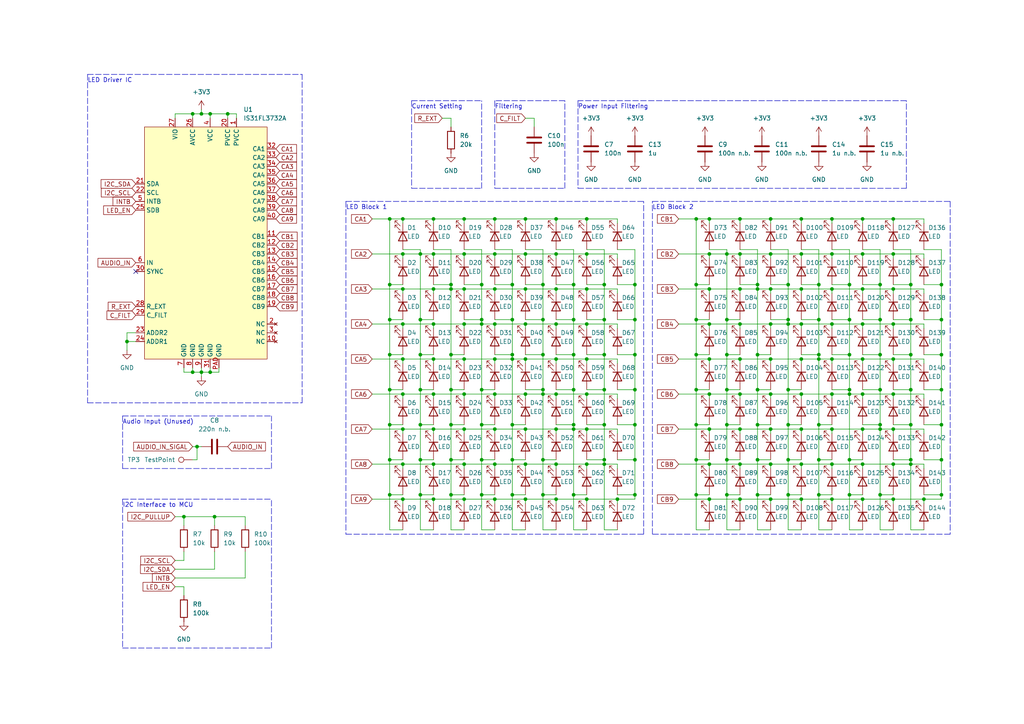
<source format=kicad_sch>
(kicad_sch (version 20211123) (generator eeschema)
  (paper "A4")
  (junction (at 148.59 143.51))
  (junction (at 241.3 73.66))
  (junction (at 255.27 123.19))
  (junction (at 273.05 123.19))
  (junction (at 134.62 124.46))
  (junction (at 143.51 83.82))
  (junction (at 219.71 83.82))
  (junction (at 232.41 93.98))
  (junction (at 139.7 133.35))
  (junction (at 241.3 63.5))
  (junction (at 116.84 73.66))
  (junction (at 273.05 143.51))
  (junction (at 170.18 73.66))
  (junction (at 157.48 133.35))
  (junction (at 210.82 113.03))
  (junction (at 148.59 104.14))
  (junction (at 121.92 123.19))
  (junction (at 210.82 143.51))
  (junction (at 250.19 83.82))
  (junction (at 125.73 114.3))
  (junction (at 113.03 143.51))
  (junction (at 246.38 114.3))
  (junction (at 259.08 104.14))
  (junction (at 246.38 113.03))
  (junction (at 143.51 93.98))
  (junction (at 259.08 124.46))
  (junction (at 255.27 82.55))
  (junction (at 205.74 134.62))
  (junction (at 259.08 63.5))
  (junction (at 161.29 73.66))
  (junction (at 170.18 63.5))
  (junction (at 166.37 113.03))
  (junction (at 152.4 73.66))
  (junction (at 157.48 114.3))
  (junction (at 184.15 92.71))
  (junction (at 161.29 144.78))
  (junction (at 143.51 124.46))
  (junction (at 161.29 124.46))
  (junction (at 219.71 123.19))
  (junction (at 121.92 92.71))
  (junction (at 121.92 143.51))
  (junction (at 175.26 92.71))
  (junction (at 157.48 102.87))
  (junction (at 125.73 104.14))
  (junction (at 130.81 113.03))
  (junction (at 201.93 63.5))
  (junction (at 113.03 82.55))
  (junction (at 210.82 133.35))
  (junction (at 175.26 134.62))
  (junction (at 232.41 63.5))
  (junction (at 205.74 73.66))
  (junction (at 116.84 83.82))
  (junction (at 205.74 114.3))
  (junction (at 125.73 93.98))
  (junction (at 232.41 73.66))
  (junction (at 214.63 124.46))
  (junction (at 166.37 92.71))
  (junction (at 219.71 143.51))
  (junction (at 228.6 82.55))
  (junction (at 139.7 113.03))
  (junction (at 148.59 123.19))
  (junction (at 255.27 113.03))
  (junction (at 116.84 124.46))
  (junction (at 179.07 144.78))
  (junction (at 250.19 134.62))
  (junction (at 175.26 82.55))
  (junction (at 116.84 114.3))
  (junction (at 232.41 83.82))
  (junction (at 237.49 123.19))
  (junction (at 161.29 93.98))
  (junction (at 223.52 134.62))
  (junction (at 148.59 102.87))
  (junction (at 259.08 144.78))
  (junction (at 152.4 124.46))
  (junction (at 223.52 114.3))
  (junction (at 259.08 114.3))
  (junction (at 201.93 123.19))
  (junction (at 134.62 114.3))
  (junction (at 250.19 114.3))
  (junction (at 53.34 149.86))
  (junction (at 58.42 107.95))
  (junction (at 267.97 144.78))
  (junction (at 255.27 124.46))
  (junction (at 219.71 133.35))
  (junction (at 232.41 144.78))
  (junction (at 139.7 143.51))
  (junction (at 228.6 92.71))
  (junction (at 152.4 134.62))
  (junction (at 143.51 144.78))
  (junction (at 184.15 143.51))
  (junction (at 241.3 114.3))
  (junction (at 250.19 124.46))
  (junction (at 223.52 83.82))
  (junction (at 139.7 92.71))
  (junction (at 143.51 134.62))
  (junction (at 121.92 113.03))
  (junction (at 55.88 33.02))
  (junction (at 259.08 134.62))
  (junction (at 170.18 93.98))
  (junction (at 157.48 113.03))
  (junction (at 113.03 102.87))
  (junction (at 170.18 83.82))
  (junction (at 60.96 33.02))
  (junction (at 175.26 113.03))
  (junction (at 152.4 63.5))
  (junction (at 214.63 144.78))
  (junction (at 130.81 83.82))
  (junction (at 223.52 144.78))
  (junction (at 130.81 102.87))
  (junction (at 246.38 133.35))
  (junction (at 66.04 33.02))
  (junction (at 205.74 144.78))
  (junction (at 214.63 104.14))
  (junction (at 237.49 92.71))
  (junction (at 223.52 93.98))
  (junction (at 134.62 144.78))
  (junction (at 175.26 123.19))
  (junction (at 116.84 134.62))
  (junction (at 116.84 104.14))
  (junction (at 121.92 133.35))
  (junction (at 161.29 63.5))
  (junction (at 255.27 143.51))
  (junction (at 161.29 114.3))
  (junction (at 237.49 133.35))
  (junction (at 130.81 143.51))
  (junction (at 134.62 83.82))
  (junction (at 161.29 104.14))
  (junction (at 175.26 102.87))
  (junction (at 214.63 114.3))
  (junction (at 134.62 63.5))
  (junction (at 255.27 102.87))
  (junction (at 246.38 143.51))
  (junction (at 214.63 134.62))
  (junction (at 139.7 93.98))
  (junction (at 201.93 92.71))
  (junction (at 219.71 113.03))
  (junction (at 232.41 104.14))
  (junction (at 228.6 113.03))
  (junction (at 134.62 134.62))
  (junction (at 36.83 99.06))
  (junction (at 55.88 107.95))
  (junction (at 237.49 82.55))
  (junction (at 201.93 82.55))
  (junction (at 130.81 133.35))
  (junction (at 134.62 104.14))
  (junction (at 113.03 63.5))
  (junction (at 121.92 73.66))
  (junction (at 184.15 133.35))
  (junction (at 170.18 134.62))
  (junction (at 170.18 114.3))
  (junction (at 148.59 92.71))
  (junction (at 157.48 82.55))
  (junction (at 143.51 114.3))
  (junction (at 219.71 82.55))
  (junction (at 113.03 113.03))
  (junction (at 250.19 93.98))
  (junction (at 237.49 143.51))
  (junction (at 152.4 114.3))
  (junction (at 166.37 102.87))
  (junction (at 264.16 113.03))
  (junction (at 259.08 93.98))
  (junction (at 228.6 123.19))
  (junction (at 273.05 133.35))
  (junction (at 241.3 134.62))
  (junction (at 241.3 124.46))
  (junction (at 214.63 83.82))
  (junction (at 237.49 102.87))
  (junction (at 184.15 123.19))
  (junction (at 205.74 83.82))
  (junction (at 246.38 92.71))
  (junction (at 246.38 82.55))
  (junction (at 62.23 149.86))
  (junction (at 116.84 144.78))
  (junction (at 205.74 63.5))
  (junction (at 214.63 73.66))
  (junction (at 152.4 104.14))
  (junction (at 113.03 133.35))
  (junction (at 184.15 113.03))
  (junction (at 130.81 82.55))
  (junction (at 250.19 63.5))
  (junction (at 201.93 143.51))
  (junction (at 264.16 123.19))
  (junction (at 152.4 144.78))
  (junction (at 232.41 134.62))
  (junction (at 241.3 104.14))
  (junction (at 148.59 82.55))
  (junction (at 184.15 82.55))
  (junction (at 152.4 93.98))
  (junction (at 125.73 63.5))
  (junction (at 130.81 123.19))
  (junction (at 166.37 124.46))
  (junction (at 170.18 104.14))
  (junction (at 166.37 143.51))
  (junction (at 125.73 144.78))
  (junction (at 57.15 129.54))
  (junction (at 157.48 143.51))
  (junction (at 250.19 73.66))
  (junction (at 273.05 102.87))
  (junction (at 223.52 104.14))
  (junction (at 170.18 144.78))
  (junction (at 125.73 124.46))
  (junction (at 228.6 133.35))
  (junction (at 241.3 83.82))
  (junction (at 273.05 92.71))
  (junction (at 273.05 82.55))
  (junction (at 60.96 107.95))
  (junction (at 125.73 83.82))
  (junction (at 255.27 92.71))
  (junction (at 201.93 102.87))
  (junction (at 134.62 93.98))
  (junction (at 246.38 102.87))
  (junction (at 205.74 93.98))
  (junction (at 134.62 73.66))
  (junction (at 210.82 102.87))
  (junction (at 223.52 124.46))
  (junction (at 175.26 133.35))
  (junction (at 228.6 143.51))
  (junction (at 228.6 93.98))
  (junction (at 201.93 113.03))
  (junction (at 184.15 102.87))
  (junction (at 143.51 73.66))
  (junction (at 223.52 63.5))
  (junction (at 273.05 113.03))
  (junction (at 223.52 73.66))
  (junction (at 143.51 104.14))
  (junction (at 116.84 93.98))
  (junction (at 113.03 123.19))
  (junction (at 113.03 92.71))
  (junction (at 166.37 123.19))
  (junction (at 214.63 63.5))
  (junction (at 264.16 102.87))
  (junction (at 210.82 73.66))
  (junction (at 125.73 73.66))
  (junction (at 210.82 92.71))
  (junction (at 205.74 104.14))
  (junction (at 152.4 83.82))
  (junction (at 143.51 63.5))
  (junction (at 148.59 133.35))
  (junction (at 214.63 93.98))
  (junction (at 205.74 124.46))
  (junction (at 201.93 133.35))
  (junction (at 58.42 33.02))
  (junction (at 210.82 123.19))
  (junction (at 125.73 134.62))
  (junction (at 264.16 133.35))
  (junction (at 219.71 102.87))
  (junction (at 232.41 114.3))
  (junction (at 237.49 104.14))
  (junction (at 264.16 134.62))
  (junction (at 250.19 144.78))
  (junction (at 264.16 92.71))
  (junction (at 264.16 82.55))
  (junction (at 139.7 123.19))
  (junction (at 116.84 63.5))
  (junction (at 241.3 144.78))
  (junction (at 121.92 102.87))
  (junction (at 166.37 82.55))
  (junction (at 250.19 104.14))
  (junction (at 161.29 134.62))
  (junction (at 170.18 124.46))
  (junction (at 259.08 83.82))
  (junction (at 157.48 92.71))
  (junction (at 259.08 73.66))
  (junction (at 241.3 93.98))
  (junction (at 139.7 82.55))
  (junction (at 232.41 124.46))
  (junction (at 161.29 83.82))
  (no_connect (at 39.37 78.74))
  (wire (pts (xy 161.29 72.39) (xy 166.37 72.39)))
  (wire (pts (xy 134.62 93.98) (xy 139.7 93.98)))
  (wire (pts (xy 214.63 63.5) (xy 223.52 63.5)))
  (wire (pts (xy 196.85 114.3) (xy 205.74 114.3)))
  (wire (pts (xy 170.18 134.62) (xy 175.26 134.62)))
  (wire (pts (xy 237.49 143.51) (xy 241.3 143.51)))
  (wire (pts (xy 264.16 113.03) (xy 264.16 123.19)))
  (polyline (pts (xy 143.51 29.21) (xy 143.51 29.21)))
  (wire (pts (xy 223.52 93.98) (xy 223.52 95.25)))
  (wire (pts (xy 157.48 143.51) (xy 157.48 153.67)))
  (wire (pts (xy 219.71 133.35) (xy 219.71 143.51)))
  (wire (pts (xy 148.59 133.35) (xy 152.4 133.35)))
  (wire (pts (xy 205.74 134.62) (xy 214.63 134.62)))
  (wire (pts (xy 184.15 102.87) (xy 184.15 113.03)))
  (wire (pts (xy 205.74 63.5) (xy 205.74 64.77)))
  (wire (pts (xy 148.59 153.67) (xy 152.4 153.67)))
  (wire (pts (xy 125.73 144.78) (xy 125.73 146.05)))
  (wire (pts (xy 250.19 134.62) (xy 250.19 135.89)))
  (wire (pts (xy 130.81 83.82) (xy 134.62 83.82)))
  (wire (pts (xy 255.27 143.51) (xy 259.08 143.51)))
  (wire (pts (xy 116.84 73.66) (xy 116.84 74.93)))
  (wire (pts (xy 241.3 93.98) (xy 241.3 95.25)))
  (wire (pts (xy 255.27 143.51) (xy 255.27 153.67)))
  (wire (pts (xy 214.63 63.5) (xy 214.63 64.77)))
  (wire (pts (xy 152.4 102.87) (xy 157.48 102.87)))
  (wire (pts (xy 232.41 83.82) (xy 232.41 85.09)))
  (wire (pts (xy 214.63 93.98) (xy 214.63 95.25)))
  (polyline (pts (xy 119.38 29.21) (xy 119.38 54.61)))
  (wire (pts (xy 66.04 33.02) (xy 66.04 34.29)))
  (wire (pts (xy 228.6 123.19) (xy 228.6 133.35)))
  (wire (pts (xy 152.4 124.46) (xy 152.4 125.73)))
  (wire (pts (xy 205.74 124.46) (xy 205.74 125.73)))
  (wire (pts (xy 113.03 92.71) (xy 113.03 82.55)))
  (wire (pts (xy 170.18 82.55) (xy 175.26 82.55)))
  (wire (pts (xy 214.63 93.98) (xy 223.52 93.98)))
  (wire (pts (xy 232.41 83.82) (xy 241.3 83.82)))
  (wire (pts (xy 264.16 82.55) (xy 264.16 92.71)))
  (wire (pts (xy 219.71 113.03) (xy 223.52 113.03)))
  (wire (pts (xy 219.71 123.19) (xy 219.71 133.35)))
  (wire (pts (xy 237.49 153.67) (xy 241.3 153.67)))
  (wire (pts (xy 205.74 72.39) (xy 210.82 72.39)))
  (wire (pts (xy 143.51 93.98) (xy 152.4 93.98)))
  (wire (pts (xy 267.97 95.25) (xy 267.97 93.98)))
  (wire (pts (xy 246.38 153.67) (xy 250.19 153.67)))
  (wire (pts (xy 237.49 143.51) (xy 237.49 153.67)))
  (wire (pts (xy 134.62 63.5) (xy 134.62 64.77)))
  (wire (pts (xy 113.03 133.35) (xy 116.84 133.35)))
  (wire (pts (xy 255.27 124.46) (xy 259.08 124.46)))
  (polyline (pts (xy 167.64 54.61) (xy 262.89 54.61)))
  (wire (pts (xy 166.37 124.46) (xy 166.37 143.51)))
  (wire (pts (xy 259.08 83.82) (xy 259.08 85.09)))
  (wire (pts (xy 241.3 102.87) (xy 246.38 102.87)))
  (wire (pts (xy 214.63 114.3) (xy 223.52 114.3)))
  (wire (pts (xy 196.85 73.66) (xy 205.74 73.66)))
  (wire (pts (xy 255.27 72.39) (xy 255.27 82.55)))
  (wire (pts (xy 152.4 73.66) (xy 152.4 74.93)))
  (wire (pts (xy 125.73 93.98) (xy 125.73 95.25)))
  (wire (pts (xy 232.41 93.98) (xy 241.3 93.98)))
  (wire (pts (xy 113.03 143.51) (xy 113.03 133.35)))
  (wire (pts (xy 184.15 144.78) (xy 179.07 144.78)))
  (wire (pts (xy 250.19 104.14) (xy 250.19 105.41)))
  (wire (pts (xy 219.71 83.82) (xy 223.52 83.82)))
  (wire (pts (xy 201.93 123.19) (xy 201.93 113.03)))
  (wire (pts (xy 166.37 153.67) (xy 170.18 153.67)))
  (wire (pts (xy 237.49 82.55) (xy 237.49 92.71)))
  (wire (pts (xy 196.85 134.62) (xy 205.74 134.62)))
  (wire (pts (xy 58.42 106.68) (xy 58.42 107.95)))
  (wire (pts (xy 264.16 102.87) (xy 264.16 113.03)))
  (wire (pts (xy 228.6 113.03) (xy 232.41 113.03)))
  (wire (pts (xy 241.3 92.71) (xy 246.38 92.71)))
  (wire (pts (xy 139.7 92.71) (xy 139.7 93.98)))
  (wire (pts (xy 125.73 63.5) (xy 134.62 63.5)))
  (wire (pts (xy 161.29 102.87) (xy 166.37 102.87)))
  (wire (pts (xy 232.41 72.39) (xy 237.49 72.39)))
  (wire (pts (xy 179.07 74.93) (xy 179.07 73.66)))
  (wire (pts (xy 113.03 63.5) (xy 116.84 63.5)))
  (wire (pts (xy 267.97 135.89) (xy 267.97 134.62)))
  (wire (pts (xy 210.82 153.67) (xy 214.63 153.67)))
  (wire (pts (xy 157.48 82.55) (xy 157.48 92.71)))
  (wire (pts (xy 143.51 114.3) (xy 152.4 114.3)))
  (wire (pts (xy 267.97 146.05) (xy 267.97 144.78)))
  (wire (pts (xy 219.71 102.87) (xy 223.52 102.87)))
  (wire (pts (xy 113.03 113.03) (xy 116.84 113.03)))
  (wire (pts (xy 179.07 146.05) (xy 179.07 144.78)))
  (wire (pts (xy 170.18 104.14) (xy 179.07 104.14)))
  (wire (pts (xy 125.73 104.14) (xy 125.73 105.41)))
  (wire (pts (xy 232.41 93.98) (xy 232.41 95.25)))
  (wire (pts (xy 205.74 83.82) (xy 205.74 85.09)))
  (wire (pts (xy 36.83 99.06) (xy 36.83 101.6)))
  (wire (pts (xy 205.74 73.66) (xy 210.82 73.66)))
  (wire (pts (xy 250.19 93.98) (xy 250.19 95.25)))
  (wire (pts (xy 143.51 83.82) (xy 152.4 83.82)))
  (polyline (pts (xy 25.4 21.59) (xy 87.63 21.59)))
  (wire (pts (xy 223.52 73.66) (xy 223.52 74.93)))
  (wire (pts (xy 134.62 104.14) (xy 143.51 104.14)))
  (wire (pts (xy 148.59 102.87) (xy 148.59 104.14)))
  (wire (pts (xy 241.3 144.78) (xy 250.19 144.78)))
  (wire (pts (xy 232.41 144.78) (xy 232.41 146.05)))
  (wire (pts (xy 255.27 153.67) (xy 259.08 153.67)))
  (wire (pts (xy 219.71 123.19) (xy 223.52 123.19)))
  (wire (pts (xy 175.26 123.19) (xy 175.26 133.35)))
  (wire (pts (xy 250.19 83.82) (xy 259.08 83.82)))
  (wire (pts (xy 179.07 105.41) (xy 179.07 104.14)))
  (wire (pts (xy 62.23 152.4) (xy 62.23 149.86)))
  (wire (pts (xy 152.4 144.78) (xy 161.29 144.78)))
  (wire (pts (xy 166.37 102.87) (xy 166.37 113.03)))
  (wire (pts (xy 259.08 83.82) (xy 267.97 83.82)))
  (wire (pts (xy 179.07 72.39) (xy 184.15 72.39)))
  (wire (pts (xy 210.82 92.71) (xy 214.63 92.71)))
  (wire (pts (xy 121.92 143.51) (xy 121.92 153.67)))
  (wire (pts (xy 55.88 106.68) (xy 55.88 107.95)))
  (polyline (pts (xy 35.56 187.96) (xy 78.74 187.96)))
  (wire (pts (xy 241.3 124.46) (xy 250.19 124.46)))
  (wire (pts (xy 139.7 93.98) (xy 143.51 93.98)))
  (wire (pts (xy 259.08 72.39) (xy 264.16 72.39)))
  (wire (pts (xy 246.38 143.51) (xy 246.38 153.67)))
  (wire (pts (xy 55.88 107.95) (xy 58.42 107.95)))
  (wire (pts (xy 130.81 133.35) (xy 130.81 143.51)))
  (wire (pts (xy 130.81 133.35) (xy 134.62 133.35)))
  (wire (pts (xy 232.41 144.78) (xy 241.3 144.78)))
  (wire (pts (xy 241.3 144.78) (xy 241.3 146.05)))
  (wire (pts (xy 255.27 82.55) (xy 255.27 92.71)))
  (wire (pts (xy 116.84 63.5) (xy 116.84 64.77)))
  (wire (pts (xy 205.74 104.14) (xy 205.74 105.41)))
  (wire (pts (xy 273.05 133.35) (xy 273.05 143.51)))
  (wire (pts (xy 267.97 133.35) (xy 273.05 133.35)))
  (wire (pts (xy 179.07 64.77) (xy 179.07 63.5)))
  (wire (pts (xy 179.07 143.51) (xy 184.15 143.51)))
  (wire (pts (xy 170.18 72.39) (xy 175.26 72.39)))
  (wire (pts (xy 219.71 102.87) (xy 219.71 113.03)))
  (wire (pts (xy 273.05 144.78) (xy 267.97 144.78)))
  (wire (pts (xy 241.3 73.66) (xy 250.19 73.66)))
  (wire (pts (xy 66.04 33.02) (xy 68.58 33.02)))
  (wire (pts (xy 246.38 133.35) (xy 246.38 143.51)))
  (wire (pts (xy 223.52 134.62) (xy 223.52 135.89)))
  (wire (pts (xy 219.71 72.39) (xy 219.71 82.55)))
  (wire (pts (xy 219.71 143.51) (xy 219.71 153.67)))
  (wire (pts (xy 175.26 82.55) (xy 175.26 92.71)))
  (wire (pts (xy 237.49 92.71) (xy 237.49 102.87)))
  (wire (pts (xy 71.12 149.86) (xy 62.23 149.86)))
  (wire (pts (xy 273.05 92.71) (xy 273.05 102.87)))
  (wire (pts (xy 264.16 72.39) (xy 264.16 82.55)))
  (wire (pts (xy 259.08 144.78) (xy 267.97 144.78)))
  (wire (pts (xy 232.41 92.71) (xy 237.49 92.71)))
  (wire (pts (xy 170.18 124.46) (xy 179.07 124.46)))
  (wire (pts (xy 125.73 83.82) (xy 130.81 83.82)))
  (wire (pts (xy 241.3 134.62) (xy 241.3 135.89)))
  (wire (pts (xy 113.03 143.51) (xy 116.84 143.51)))
  (wire (pts (xy 223.52 144.78) (xy 223.52 146.05)))
  (wire (pts (xy 175.26 153.67) (xy 179.07 153.67)))
  (wire (pts (xy 228.6 82.55) (xy 228.6 92.71)))
  (wire (pts (xy 264.16 153.67) (xy 267.97 153.67)))
  (wire (pts (xy 170.18 102.87) (xy 175.26 102.87)))
  (wire (pts (xy 116.84 72.39) (xy 121.92 72.39)))
  (wire (pts (xy 152.4 124.46) (xy 161.29 124.46)))
  (wire (pts (xy 175.26 134.62) (xy 179.07 134.62)))
  (wire (pts (xy 250.19 114.3) (xy 259.08 114.3)))
  (wire (pts (xy 39.37 96.52) (xy 36.83 96.52)))
  (wire (pts (xy 116.84 124.46) (xy 116.84 125.73)))
  (wire (pts (xy 107.95 73.66) (xy 116.84 73.66)))
  (wire (pts (xy 125.73 73.66) (xy 125.73 74.93)))
  (wire (pts (xy 228.6 93.98) (xy 232.41 93.98)))
  (wire (pts (xy 143.51 92.71) (xy 148.59 92.71)))
  (wire (pts (xy 166.37 143.51) (xy 170.18 143.51)))
  (wire (pts (xy 125.73 93.98) (xy 134.62 93.98)))
  (wire (pts (xy 273.05 82.55) (xy 273.05 92.71)))
  (wire (pts (xy 179.07 85.09) (xy 179.07 83.82)))
  (wire (pts (xy 264.16 133.35) (xy 264.16 134.62)))
  (polyline (pts (xy 167.64 29.21) (xy 167.64 54.61)))
  (wire (pts (xy 210.82 133.35) (xy 210.82 143.51)))
  (wire (pts (xy 55.88 133.35) (xy 57.15 133.35)))
  (wire (pts (xy 201.93 92.71) (xy 205.74 92.71)))
  (wire (pts (xy 259.08 114.3) (xy 259.08 115.57)))
  (wire (pts (xy 170.18 123.19) (xy 175.26 123.19)))
  (wire (pts (xy 116.84 73.66) (xy 121.92 73.66)))
  (wire (pts (xy 264.16 134.62) (xy 264.16 153.67)))
  (wire (pts (xy 161.29 82.55) (xy 166.37 82.55)))
  (wire (pts (xy 205.74 114.3) (xy 214.63 114.3)))
  (wire (pts (xy 166.37 124.46) (xy 170.18 124.46)))
  (wire (pts (xy 205.74 134.62) (xy 205.74 135.89)))
  (wire (pts (xy 232.41 134.62) (xy 232.41 135.89)))
  (wire (pts (xy 228.6 113.03) (xy 228.6 123.19)))
  (wire (pts (xy 184.15 82.55) (xy 184.15 92.71)))
  (wire (pts (xy 152.4 93.98) (xy 161.29 93.98)))
  (wire (pts (xy 250.19 83.82) (xy 250.19 85.09)))
  (wire (pts (xy 130.81 102.87) (xy 134.62 102.87)))
  (wire (pts (xy 259.08 73.66) (xy 259.08 74.93)))
  (wire (pts (xy 50.8 34.29) (xy 50.8 33.02)))
  (wire (pts (xy 214.63 83.82) (xy 214.63 85.09)))
  (wire (pts (xy 125.73 124.46) (xy 134.62 124.46)))
  (wire (pts (xy 161.29 104.14) (xy 161.29 105.41)))
  (wire (pts (xy 250.19 73.66) (xy 259.08 73.66)))
  (wire (pts (xy 232.41 134.62) (xy 241.3 134.62)))
  (wire (pts (xy 228.6 153.67) (xy 232.41 153.67)))
  (wire (pts (xy 219.71 113.03) (xy 219.71 123.19)))
  (wire (pts (xy 121.92 123.19) (xy 125.73 123.19)))
  (wire (pts (xy 125.73 114.3) (xy 125.73 115.57)))
  (wire (pts (xy 152.4 113.03) (xy 157.48 113.03)))
  (wire (pts (xy 246.38 114.3) (xy 246.38 133.35)))
  (wire (pts (xy 107.95 124.46) (xy 116.84 124.46)))
  (wire (pts (xy 58.42 33.02) (xy 60.96 33.02)))
  (wire (pts (xy 205.74 93.98) (xy 214.63 93.98)))
  (wire (pts (xy 273.05 72.39) (xy 273.05 82.55)))
  (wire (pts (xy 125.73 73.66) (xy 134.62 73.66)))
  (wire (pts (xy 116.84 114.3) (xy 116.84 115.57)))
  (wire (pts (xy 58.42 107.95) (xy 60.96 107.95)))
  (wire (pts (xy 121.92 113.03) (xy 125.73 113.03)))
  (wire (pts (xy 232.41 73.66) (xy 232.41 74.93)))
  (wire (pts (xy 53.34 149.86) (xy 50.8 149.86)))
  (wire (pts (xy 246.38 92.71) (xy 246.38 102.87)))
  (wire (pts (xy 246.38 113.03) (xy 246.38 114.3)))
  (wire (pts (xy 50.8 165.1) (xy 62.23 165.1)))
  (wire (pts (xy 60.96 107.95) (xy 63.5 107.95)))
  (wire (pts (xy 130.81 123.19) (xy 134.62 123.19)))
  (wire (pts (xy 166.37 113.03) (xy 166.37 123.19)))
  (wire (pts (xy 170.18 134.62) (xy 170.18 135.89)))
  (wire (pts (xy 210.82 133.35) (xy 214.63 133.35)))
  (wire (pts (xy 139.7 123.19) (xy 143.51 123.19)))
  (wire (pts (xy 201.93 82.55) (xy 201.93 63.5)))
  (wire (pts (xy 205.74 93.98) (xy 205.74 95.25)))
  (wire (pts (xy 116.84 144.78) (xy 125.73 144.78)))
  (wire (pts (xy 134.62 83.82) (xy 143.51 83.82)))
  (wire (pts (xy 148.59 123.19) (xy 148.59 133.35)))
  (wire (pts (xy 68.58 33.02) (xy 68.58 34.29)))
  (wire (pts (xy 205.74 153.67) (xy 201.93 153.67)))
  (wire (pts (xy 259.08 134.62) (xy 264.16 134.62)))
  (wire (pts (xy 228.6 92.71) (xy 228.6 93.98)))
  (wire (pts (xy 161.29 104.14) (xy 170.18 104.14)))
  (wire (pts (xy 228.6 72.39) (xy 228.6 82.55)))
  (wire (pts (xy 201.93 133.35) (xy 201.93 123.19)))
  (wire (pts (xy 143.51 73.66) (xy 143.51 74.93)))
  (wire (pts (xy 170.18 114.3) (xy 179.07 114.3)))
  (wire (pts (xy 170.18 73.66) (xy 179.07 73.66)))
  (polyline (pts (xy 163.83 29.21) (xy 143.51 29.21)))
  (wire (pts (xy 107.95 63.5) (xy 113.03 63.5)))
  (polyline (pts (xy 119.38 29.21) (xy 139.7 29.21)))
  (wire (pts (xy 152.4 72.39) (xy 157.48 72.39)))
  (wire (pts (xy 55.88 33.02) (xy 58.42 33.02)))
  (polyline (pts (xy 35.56 144.78) (xy 35.56 187.96)))
  (wire (pts (xy 116.84 114.3) (xy 125.73 114.3)))
  (wire (pts (xy 107.95 114.3) (xy 116.84 114.3)))
  (wire (pts (xy 113.03 82.55) (xy 113.03 63.5)))
  (wire (pts (xy 113.03 123.19) (xy 113.03 113.03)))
  (wire (pts (xy 255.27 124.46) (xy 255.27 143.51)))
  (wire (pts (xy 121.92 73.66) (xy 125.73 73.66)))
  (wire (pts (xy 223.52 144.78) (xy 232.41 144.78)))
  (polyline (pts (xy 186.69 154.94) (xy 186.69 58.42)))
  (wire (pts (xy 50.8 33.02) (xy 55.88 33.02)))
  (wire (pts (xy 143.51 63.5) (xy 152.4 63.5)))
  (wire (pts (xy 116.84 134.62) (xy 116.84 135.89)))
  (wire (pts (xy 259.08 82.55) (xy 264.16 82.55)))
  (wire (pts (xy 116.84 83.82) (xy 116.84 85.09)))
  (wire (pts (xy 130.81 143.51) (xy 134.62 143.51)))
  (wire (pts (xy 264.16 123.19) (xy 264.16 133.35)))
  (wire (pts (xy 152.4 83.82) (xy 161.29 83.82)))
  (wire (pts (xy 273.05 102.87) (xy 273.05 113.03)))
  (wire (pts (xy 267.97 85.09) (xy 267.97 83.82)))
  (polyline (pts (xy 189.23 58.42) (xy 275.59 58.42)))
  (wire (pts (xy 205.74 124.46) (xy 214.63 124.46)))
  (wire (pts (xy 264.16 92.71) (xy 264.16 102.87)))
  (wire (pts (xy 107.95 93.98) (xy 116.84 93.98)))
  (wire (pts (xy 143.51 134.62) (xy 152.4 134.62)))
  (wire (pts (xy 205.74 144.78) (xy 214.63 144.78)))
  (wire (pts (xy 170.18 83.82) (xy 170.18 85.09)))
  (wire (pts (xy 148.59 82.55) (xy 148.59 92.71)))
  (wire (pts (xy 152.4 93.98) (xy 152.4 95.25)))
  (wire (pts (xy 250.19 144.78) (xy 250.19 146.05)))
  (wire (pts (xy 134.62 144.78) (xy 134.62 146.05)))
  (wire (pts (xy 143.51 102.87) (xy 148.59 102.87)))
  (wire (pts (xy 255.27 113.03) (xy 255.27 123.19)))
  (wire (pts (xy 259.08 133.35) (xy 264.16 133.35)))
  (wire (pts (xy 148.59 123.19) (xy 152.4 123.19)))
  (wire (pts (xy 241.3 104.14) (xy 250.19 104.14)))
  (wire (pts (xy 53.34 106.68) (xy 53.34 107.95)))
  (wire (pts (xy 250.19 72.39) (xy 255.27 72.39)))
  (wire (pts (xy 170.18 114.3) (xy 170.18 115.57)))
  (wire (pts (xy 57.15 129.54) (xy 55.88 129.54)))
  (wire (pts (xy 125.73 72.39) (xy 130.81 72.39)))
  (wire (pts (xy 241.3 113.03) (xy 246.38 113.03)))
  (wire (pts (xy 121.92 102.87) (xy 121.92 113.03)))
  (wire (pts (xy 161.29 83.82) (xy 161.29 85.09)))
  (wire (pts (xy 116.84 144.78) (xy 116.84 146.05)))
  (wire (pts (xy 214.63 144.78) (xy 214.63 146.05)))
  (wire (pts (xy 161.29 113.03) (xy 166.37 113.03)))
  (wire (pts (xy 134.62 82.55) (xy 139.7 82.55)))
  (wire (pts (xy 130.81 123.19) (xy 130.81 133.35)))
  (wire (pts (xy 50.8 162.56) (xy 53.34 162.56)))
  (wire (pts (xy 107.95 104.14) (xy 116.84 104.14)))
  (wire (pts (xy 170.18 113.03) (xy 175.26 113.03)))
  (wire (pts (xy 134.62 114.3) (xy 134.62 115.57)))
  (wire (pts (xy 241.3 72.39) (xy 246.38 72.39)))
  (wire (pts (xy 205.74 63.5) (xy 214.63 63.5)))
  (wire (pts (xy 267.97 64.77) (xy 267.97 63.5)))
  (wire (pts (xy 223.52 134.62) (xy 232.41 134.62)))
  (polyline (pts (xy 262.89 54.61) (xy 262.89 29.21)))
  (wire (pts (xy 205.74 73.66) (xy 205.74 74.93)))
  (wire (pts (xy 201.93 63.5) (xy 205.74 63.5)))
  (wire (pts (xy 223.52 124.46) (xy 232.41 124.46)))
  (wire (pts (xy 214.63 124.46) (xy 223.52 124.46)))
  (wire (pts (xy 125.73 114.3) (xy 134.62 114.3)))
  (wire (pts (xy 125.73 134.62) (xy 125.73 135.89)))
  (wire (pts (xy 121.92 123.19) (xy 121.92 133.35)))
  (wire (pts (xy 161.29 123.19) (xy 166.37 123.19)))
  (wire (pts (xy 267.97 123.19) (xy 273.05 123.19)))
  (wire (pts (xy 223.52 63.5) (xy 223.52 64.77)))
  (wire (pts (xy 267.97 74.93) (xy 267.97 73.66)))
  (polyline (pts (xy 100.33 154.94) (xy 186.69 154.94)))
  (polyline (pts (xy 275.59 154.94) (xy 189.23 154.94)))
  (wire (pts (xy 196.85 124.46) (xy 205.74 124.46)))
  (polyline (pts (xy 35.56 135.89) (xy 78.74 135.89)))
  (wire (pts (xy 259.08 93.98) (xy 267.97 93.98)))
  (wire (pts (xy 237.49 102.87) (xy 237.49 104.14)))
  (wire (pts (xy 179.07 125.73) (xy 179.07 124.46)))
  (wire (pts (xy 237.49 104.14) (xy 237.49 123.19)))
  (wire (pts (xy 259.08 63.5) (xy 267.97 63.5)))
  (wire (pts (xy 179.07 82.55) (xy 184.15 82.55)))
  (wire (pts (xy 166.37 92.71) (xy 166.37 102.87)))
  (wire (pts (xy 223.52 93.98) (xy 228.6 93.98)))
  (wire (pts (xy 241.3 83.82) (xy 241.3 85.09)))
  (wire (pts (xy 143.51 82.55) (xy 148.59 82.55)))
  (wire (pts (xy 152.4 82.55) (xy 157.48 82.55)))
  (wire (pts (xy 107.95 134.62) (xy 116.84 134.62)))
  (wire (pts (xy 157.48 114.3) (xy 157.48 133.35)))
  (wire (pts (xy 250.19 113.03) (xy 255.27 113.03)))
  (wire (pts (xy 166.37 82.55) (xy 166.37 92.71)))
  (wire (pts (xy 157.48 153.67) (xy 161.29 153.67)))
  (wire (pts (xy 134.62 73.66) (xy 134.62 74.93)))
  (wire (pts (xy 116.84 104.14) (xy 116.84 105.41)))
  (polyline (pts (xy 87.63 116.84) (xy 87.63 21.59)))
  (wire (pts (xy 246.38 114.3) (xy 250.19 114.3)))
  (wire (pts (xy 121.92 92.71) (xy 125.73 92.71)))
  (wire (pts (xy 125.73 144.78) (xy 134.62 144.78)))
  (wire (pts (xy 166.37 123.19) (xy 166.37 124.46)))
  (wire (pts (xy 170.18 144.78) (xy 179.07 144.78)))
  (wire (pts (xy 232.41 63.5) (xy 241.3 63.5)))
  (wire (pts (xy 201.93 143.51) (xy 201.93 133.35)))
  (wire (pts (xy 237.49 133.35) (xy 241.3 133.35)))
  (wire (pts (xy 58.42 107.95) (xy 58.42 109.22)))
  (wire (pts (xy 130.81 102.87) (xy 130.81 113.03)))
  (wire (pts (xy 214.63 83.82) (xy 219.71 83.82)))
  (wire (pts (xy 143.51 124.46) (xy 143.51 125.73)))
  (wire (pts (xy 143.51 104.14) (xy 148.59 104.14)))
  (wire (pts (xy 201.93 133.35) (xy 205.74 133.35)))
  (wire (pts (xy 250.19 93.98) (xy 259.08 93.98)))
  (wire (pts (xy 139.7 93.98) (xy 139.7 113.03)))
  (wire (pts (xy 130.81 153.67) (xy 134.62 153.67)))
  (wire (pts (xy 184.15 133.35) (xy 184.15 143.51)))
  (wire (pts (xy 196.85 63.5) (xy 201.93 63.5)))
  (wire (pts (xy 259.08 104.14) (xy 259.08 105.41)))
  (wire (pts (xy 259.08 124.46) (xy 267.97 124.46)))
  (wire (pts (xy 36.83 96.52) (xy 36.83 99.06)))
  (wire (pts (xy 107.95 144.78) (xy 116.84 144.78)))
  (wire (pts (xy 246.38 133.35) (xy 250.19 133.35)))
  (wire (pts (xy 134.62 63.5) (xy 143.51 63.5)))
  (wire (pts (xy 237.49 133.35) (xy 237.49 143.51)))
  (wire (pts (xy 223.52 72.39) (xy 228.6 72.39)))
  (wire (pts (xy 143.51 63.5) (xy 143.51 64.77)))
  (wire (pts (xy 116.84 134.62) (xy 125.73 134.62)))
  (wire (pts (xy 170.18 73.66) (xy 170.18 74.93)))
  (wire (pts (xy 184.15 92.71) (xy 184.15 102.87)))
  (polyline (pts (xy 25.4 116.84) (xy 87.63 116.84)))
  (wire (pts (xy 62.23 165.1) (xy 62.23 160.02)))
  (wire (pts (xy 267.97 125.73) (xy 267.97 124.46)))
  (wire (pts (xy 121.92 133.35) (xy 125.73 133.35)))
  (wire (pts (xy 250.19 123.19) (xy 255.27 123.19)))
  (wire (pts (xy 241.3 63.5) (xy 250.19 63.5)))
  (wire (pts (xy 214.63 134.62) (xy 223.52 134.62)))
  (wire (pts (xy 161.29 73.66) (xy 161.29 74.93)))
  (wire (pts (xy 255.27 92.71) (xy 255.27 102.87)))
  (wire (pts (xy 161.29 63.5) (xy 170.18 63.5)))
  (wire (pts (xy 264.16 134.62) (xy 267.97 134.62)))
  (wire (pts (xy 259.08 123.19) (xy 264.16 123.19)))
  (wire (pts (xy 139.7 123.19) (xy 139.7 133.35)))
  (wire (pts (xy 116.84 83.82) (xy 125.73 83.82)))
  (wire (pts (xy 161.29 63.5) (xy 161.29 64.77)))
  (wire (pts (xy 259.08 113.03) (xy 264.16 113.03)))
  (wire (pts (xy 50.8 167.64) (xy 71.12 167.64)))
  (wire (pts (xy 161.29 114.3) (xy 161.29 115.57)))
  (wire (pts (xy 161.29 114.3) (xy 170.18 114.3)))
  (polyline (pts (xy 262.89 29.21) (xy 167.64 29.21)))
  (wire (pts (xy 219.71 133.35) (xy 223.52 133.35)))
  (wire (pts (xy 139.7 143.51) (xy 143.51 143.51)))
  (wire (pts (xy 121.92 92.71) (xy 121.92 102.87)))
  (wire (pts (xy 157.48 133.35) (xy 161.29 133.35)))
  (wire (pts (xy 161.29 124.46) (xy 166.37 124.46)))
  (wire (pts (xy 259.08 144.78) (xy 259.08 146.05)))
  (wire (pts (xy 223.52 114.3) (xy 232.41 114.3)))
  (wire (pts (xy 201.93 82.55) (xy 205.74 82.55)))
  (wire (pts (xy 143.51 144.78) (xy 143.51 146.05)))
  (wire (pts (xy 210.82 123.19) (xy 214.63 123.19)))
  (wire (pts (xy 214.63 104.14) (xy 223.52 104.14)))
  (wire (pts (xy 201.93 92.71) (xy 201.93 82.55)))
  (wire (pts (xy 237.49 123.19) (xy 237.49 133.35)))
  (wire (pts (xy 139.7 113.03) (xy 143.51 113.03)))
  (wire (pts (xy 121.92 143.51) (xy 125.73 143.51)))
  (polyline (pts (xy 78.74 135.89) (xy 78.74 120.65)))
  (wire (pts (xy 71.12 152.4) (xy 71.12 149.86)))
  (wire (pts (xy 179.07 95.25) (xy 179.07 93.98)))
  (polyline (pts (xy 78.74 187.96) (xy 78.74 144.78)))
  (wire (pts (xy 139.7 133.35) (xy 143.51 133.35)))
  (wire (pts (xy 232.41 114.3) (xy 241.3 114.3)))
  (wire (pts (xy 210.82 102.87) (xy 214.63 102.87)))
  (polyline (pts (xy 100.33 58.42) (xy 186.69 58.42)))
  (wire (pts (xy 184.15 72.39) (xy 184.15 82.55)))
  (wire (pts (xy 157.48 92.71) (xy 157.48 102.87)))
  (wire (pts (xy 241.3 124.46) (xy 241.3 125.73)))
  (wire (pts (xy 259.08 92.71) (xy 264.16 92.71)))
  (wire (pts (xy 166.37 143.51) (xy 166.37 153.67)))
  (wire (pts (xy 121.92 73.66) (xy 121.92 92.71)))
  (wire (pts (xy 170.18 63.5) (xy 179.07 63.5)))
  (wire (pts (xy 241.3 73.66) (xy 241.3 74.93)))
  (wire (pts (xy 201.93 102.87) (xy 205.74 102.87)))
  (wire (pts (xy 116.84 124.46) (xy 125.73 124.46)))
  (wire (pts (xy 62.23 149.86) (xy 53.34 149.86)))
  (wire (pts (xy 210.82 143.51) (xy 214.63 143.51)))
  (wire (pts (xy 60.96 33.02) (xy 66.04 33.02)))
  (wire (pts (xy 58.42 31.75) (xy 58.42 33.02)))
  (wire (pts (xy 201.93 113.03) (xy 201.93 102.87)))
  (wire (pts (xy 255.27 102.87) (xy 255.27 113.03)))
  (wire (pts (xy 232.41 63.5) (xy 232.41 64.77)))
  (wire (pts (xy 148.59 92.71) (xy 148.59 102.87)))
  (wire (pts (xy 214.63 72.39) (xy 219.71 72.39)))
  (wire (pts (xy 143.51 73.66) (xy 152.4 73.66)))
  (wire (pts (xy 250.19 134.62) (xy 259.08 134.62)))
  (wire (pts (xy 210.82 92.71) (xy 210.82 102.87)))
  (wire (pts (xy 139.7 72.39) (xy 139.7 82.55)))
  (wire (pts (xy 148.59 133.35) (xy 148.59 143.51)))
  (wire (pts (xy 201.93 123.19) (xy 205.74 123.19)))
  (wire (pts (xy 223.52 124.46) (xy 223.52 125.73)))
  (wire (pts (xy 196.85 104.14) (xy 205.74 104.14)))
  (wire (pts (xy 241.3 114.3) (xy 241.3 115.57)))
  (wire (pts (xy 113.03 133.35) (xy 113.03 123.19)))
  (wire (pts (xy 143.51 104.14) (xy 143.51 105.41)))
  (wire (pts (xy 210.82 123.19) (xy 210.82 133.35)))
  (polyline (pts (xy 35.56 120.65) (xy 78.74 120.65)))
  (wire (pts (xy 152.4 144.78) (xy 152.4 146.05)))
  (wire (pts (xy 259.08 124.46) (xy 259.08 125.73)))
  (wire (pts (xy 139.7 153.67) (xy 143.51 153.67)))
  (wire (pts (xy 152.4 63.5) (xy 152.4 64.77)))
  (wire (pts (xy 267.97 115.57) (xy 267.97 114.3)))
  (wire (pts (xy 113.03 113.03) (xy 113.03 102.87)))
  (wire (pts (xy 205.74 144.78) (xy 205.74 146.05)))
  (wire (pts (xy 196.85 83.82) (xy 205.74 83.82)))
  (wire (pts (xy 60.96 106.68) (xy 60.96 107.95)))
  (wire (pts (xy 130.81 72.39) (xy 130.81 82.55)))
  (wire (pts (xy 232.41 124.46) (xy 232.41 125.73)))
  (polyline (pts (xy 189.23 154.94) (xy 189.23 58.42)))
  (wire (pts (xy 228.6 133.35) (xy 232.41 133.35)))
  (wire (pts (xy 53.34 149.86) (xy 53.34 152.4)))
  (wire (pts (xy 121.92 72.39) (xy 121.92 73.66)))
  (wire (pts (xy 210.82 72.39) (xy 210.82 73.66)))
  (wire (pts (xy 267.97 82.55) (xy 273.05 82.55)))
  (wire (pts (xy 267.97 72.39) (xy 273.05 72.39)))
  (polyline (pts (xy 35.56 120.65) (xy 35.56 135.89)))
  (wire (pts (xy 134.62 144.78) (xy 143.51 144.78)))
  (wire (pts (xy 241.3 104.14) (xy 241.3 105.41)))
  (wire (pts (xy 130.81 82.55) (xy 130.81 83.82)))
  (wire (pts (xy 143.51 72.39) (xy 148.59 72.39)))
  (wire (pts (xy 241.3 83.82) (xy 250.19 83.82)))
  (wire (pts (xy 71.12 167.64) (xy 71.12 160.02)))
  (wire (pts (xy 250.19 63.5) (xy 250.19 64.77)))
  (wire (pts (xy 113.03 102.87) (xy 116.84 102.87)))
  (wire (pts (xy 36.83 99.06) (xy 39.37 99.06)))
  (wire (pts (xy 139.7 113.03) (xy 139.7 123.19)))
  (wire (pts (xy 259.08 104.14) (xy 267.97 104.14)))
  (wire (pts (xy 232.41 104.14) (xy 232.41 105.41)))
  (wire (pts (xy 55.88 33.02) (xy 55.88 34.29)))
  (wire (pts (xy 170.18 104.14) (xy 170.18 105.41)))
  (wire (pts (xy 161.29 134.62) (xy 161.29 135.89)))
  (wire (pts (xy 53.34 162.56) (xy 53.34 160.02)))
  (wire (pts (xy 53.34 107.95) (xy 55.88 107.95)))
  (wire (pts (xy 201.93 143.51) (xy 205.74 143.51)))
  (wire (pts (xy 116.84 104.14) (xy 125.73 104.14)))
  (wire (pts (xy 139.7 143.51) (xy 139.7 153.67)))
  (wire (pts (xy 113.03 153.67) (xy 113.03 143.51)))
  (wire (pts (xy 157.48 102.87) (xy 157.48 113.03)))
  (wire (pts (xy 250.19 144.78) (xy 259.08 144.78)))
  (wire (pts (xy 179.07 123.19) (xy 184.15 123.19)))
  (wire (pts (xy 130.81 143.51) (xy 130.81 153.67)))
  (wire (pts (xy 184.15 123.19) (xy 184.15 133.35)))
  (wire (pts (xy 219.71 153.67) (xy 223.52 153.67)))
  (wire (pts (xy 170.18 83.82) (xy 179.07 83.82)))
  (wire (pts (xy 223.52 83.82) (xy 223.52 85.09)))
  (wire (pts (xy 232.41 124.46) (xy 241.3 124.46)))
  (wire (pts (xy 210.82 143.51) (xy 210.82 153.67)))
  (wire (pts (xy 219.71 143.51) (xy 223.52 143.51)))
  (wire (pts (xy 148.59 143.51) (xy 148.59 153.67)))
  (wire (pts (xy 157.48 143.51) (xy 161.29 143.51)))
  (wire (pts (xy 259.08 114.3) (xy 267.97 114.3)))
  (wire (pts (xy 125.73 124.46) (xy 125.73 125.73)))
  (wire (pts (xy 205.74 114.3) (xy 205.74 115.57)))
  (polyline (pts (xy 143.51 29.21) (xy 143.51 54.61)))
  (wire (pts (xy 232.41 102.87) (xy 237.49 102.87)))
  (wire (pts (xy 214.63 114.3) (xy 214.63 115.57)))
  (wire (pts (xy 128.27 34.29) (xy 130.81 34.29)))
  (wire (pts (xy 250.19 63.5) (xy 259.08 63.5)))
  (wire (pts (xy 152.4 83.82) (xy 152.4 85.09)))
  (wire (pts (xy 134.62 92.71) (xy 139.7 92.71)))
  (wire (pts (xy 223.52 104.14) (xy 232.41 104.14)))
  (wire (pts (xy 250.19 124.46) (xy 255.27 124.46)))
  (wire (pts (xy 161.29 144.78) (xy 161.29 146.05)))
  (polyline (pts (xy 139.7 54.61) (xy 139.7 29.21)))
  (wire (pts (xy 130.81 34.29) (xy 130.81 36.83)))
  (wire (pts (xy 134.62 72.39) (xy 139.7 72.39)))
  (polyline (pts (xy 163.83 54.61) (xy 163.83 29.21)))
  (wire (pts (xy 166.37 72.39) (xy 166.37 82.55)))
  (wire (pts (xy 179.07 92.71) (xy 184.15 92.71)))
  (wire (pts (xy 179.07 102.87) (xy 184.15 102.87)))
  (wire (pts (xy 241.3 82.55) (xy 246.38 82.55)))
  (wire (pts (xy 170.18 133.35) (xy 175.26 133.35)))
  (wire (pts (xy 121.92 133.35) (xy 121.92 143.51)))
  (wire (pts (xy 179.07 113.03) (xy 184.15 113.03)))
  (polyline (pts (xy 25.4 21.59) (xy 25.4 116.84)))
  (wire (pts (xy 259.08 63.5) (xy 259.08 64.77)))
  (wire (pts (xy 214.63 104.14) (xy 214.63 105.41)))
  (wire (pts (xy 134.62 83.82) (xy 134.62 85.09)))
  (wire (pts (xy 125.73 104.14) (xy 134.62 104.14)))
  (wire (pts (xy 228.6 93.98) (xy 228.6 113.03)))
  (wire (pts (xy 250.19 73.66) (xy 250.19 74.93)))
  (polyline (pts (xy 35.56 144.78) (xy 78.74 144.78)))
  (wire (pts (xy 250.19 124.46) (xy 250.19 125.73)))
  (wire (pts (xy 152.4 104.14) (xy 161.29 104.14)))
  (wire (pts (xy 161.29 124.46) (xy 161.29 125.73)))
  (wire (pts (xy 179.07 135.89) (xy 179.07 134.62)))
  (wire (pts (xy 223.52 114.3) (xy 223.52 115.57)))
  (wire (pts (xy 237.49 104.14) (xy 241.3 104.14)))
  (wire (pts (xy 175.26 72.39) (xy 175.26 82.55)))
  (wire (pts (xy 214.63 134.62) (xy 214.63 135.89)))
  (wire (pts (xy 170.18 92.71) (xy 175.26 92.71)))
  (wire (pts (xy 139.7 82.55) (xy 139.7 92.71)))
  (wire (pts (xy 116.84 63.5) (xy 125.73 63.5)))
  (wire (pts (xy 214.63 82.55) (xy 219.71 82.55)))
  (wire (pts (xy 113.03 123.19) (xy 116.84 123.19)))
  (wire (pts (xy 223.52 83.82) (xy 232.41 83.82)))
  (wire (pts (xy 113.03 82.55) (xy 116.84 82.55)))
  (wire (pts (xy 125.73 134.62) (xy 134.62 134.62)))
  (wire (pts (xy 161.29 144.78) (xy 170.18 144.78)))
  (wire (pts (xy 210.82 113.03) (xy 210.82 123.19)))
  (wire (pts (xy 148.59 104.14) (xy 152.4 104.14)))
  (wire (pts (xy 134.62 134.62) (xy 143.51 134.62)))
  (wire (pts (xy 152.4 114.3) (xy 157.48 114.3)))
  (wire (pts (xy 161.29 93.98) (xy 170.18 93.98)))
  (polyline (pts (xy 119.38 54.61) (xy 139.7 54.61)))
  (wire (pts (xy 175.26 92.71) (xy 175.26 102.87)))
  (wire (pts (xy 121.92 153.67) (xy 125.73 153.67)))
  (wire (pts (xy 273.05 123.19) (xy 273.05 133.35)))
  (wire (pts (xy 250.19 104.14) (xy 259.08 104.14)))
  (wire (pts (xy 170.18 93.98) (xy 170.18 95.25)))
  (wire (pts (xy 148.59 104.14) (xy 148.59 123.19)))
  (wire (pts (xy 50.8 170.18) (xy 53.34 170.18)))
  (polyline (pts (xy 100.33 58.42) (xy 100.33 154.94)))
  (wire (pts (xy 170.18 93.98) (xy 179.07 93.98)))
  (wire (pts (xy 179.07 115.57) (xy 179.07 114.3)))
  (wire (pts (xy 161.29 83.82) (xy 170.18 83.82)))
  (wire (pts (xy 116.84 153.67) (xy 113.03 153.67)))
  (wire (pts (xy 139.7 133.35) (xy 139.7 143.51)))
  (wire (pts (xy 161.29 93.98) (xy 161.29 95.25)))
  (wire (pts (xy 267.97 102.87) (xy 273.05 102.87)))
  (wire (pts (xy 170.18 144.78) (xy 170.18 146.05)))
  (wire (pts (xy 259.08 102.87) (xy 264.16 102.87)))
  (wire (pts (xy 125.73 83.82) (xy 125.73 85.09)))
  (wire (pts (xy 210.82 113.03) (xy 214.63 113.03)))
  (wire (pts (xy 130.81 83.82) (xy 130.81 102.87)))
  (wire (pts (xy 228.6 143.51) (xy 232.41 143.51)))
  (wire (pts (xy 250.19 102.87) (xy 255.27 102.87)))
  (wire (pts (xy 143.51 114.3) (xy 143.51 115.57)))
  (wire (pts (xy 175.26 134.62) (xy 175.26 153.67)))
  (wire (pts (xy 223.52 82.55) (xy 228.6 82.55)))
  (wire (pts (xy 250.19 114.3) (xy 250.19 115.57)))
  (wire (pts (xy 175.26 133.35) (xy 175.26 134.62)))
  (wire (pts (xy 116.84 93.98) (xy 125.73 93.98)))
  (polyline (pts (xy 143.51 54.61) (xy 163.83 54.61)))
  (wire (pts (xy 143.51 83.82) (xy 143.51 85.09)))
  (wire (pts (xy 246.38 72.39) (xy 246.38 82.55)))
  (wire (pts (xy 121.92 102.87) (xy 125.73 102.87)))
  (wire (pts (xy 175.26 102.87) (xy 175.26 113.03)))
  (wire (pts (xy 134.62 134.62) (xy 134.62 135.89)))
  (wire (pts (xy 170.18 63.5) (xy 170.18 64.77)))
  (wire (pts (xy 57.15 133.35) (xy 57.15 129.54)))
  (wire (pts (xy 228.6 143.51) (xy 228.6 153.67)))
  (wire (pts (xy 210.82 102.87) (xy 210.82 113.03)))
  (wire (pts (xy 175.26 113.03) (xy 175.26 123.19)))
  (wire (pts (xy 63.5 107.95) (xy 63.5 106.68)))
  (wire (pts (xy 179.07 133.35) (xy 184.15 133.35)))
  (wire (pts (xy 246.38 82.55) (xy 246.38 92.71)))
  (wire (pts (xy 205.74 104.14) (xy 214.63 104.14)))
  (wire (pts (xy 143.51 93.98) (xy 143.51 95.25)))
  (wire (pts (xy 232.41 73.66) (xy 241.3 73.66)))
  (wire (pts (xy 267.97 113.03) (xy 273.05 113.03)))
  (wire (pts (xy 214.63 73.66) (xy 214.63 74.93)))
  (wire (pts (xy 223.52 92.71) (xy 228.6 92.71)))
  (wire (pts (xy 196.85 144.78) (xy 205.74 144.78)))
  (wire (pts (xy 121.92 113.03) (xy 121.92 123.19)))
  (wire (pts (xy 228.6 123.19) (xy 232.41 123.19)))
  (wire (pts (xy 267.97 105.41) (xy 267.97 104.14)))
  (wire (pts (xy 250.19 92.71) (xy 255.27 92.71)))
  (wire (pts (xy 273.05 113.03) (xy 273.05 123.19)))
  (wire (pts (xy 152.4 63.5) (xy 161.29 63.5)))
  (wire (pts (xy 143.51 144.78) (xy 152.4 144.78)))
  (wire (pts (xy 228.6 133.35) (xy 228.6 143.51)))
  (wire (pts (xy 184.15 113.03) (xy 184.15 123.19)))
  (wire (pts (xy 259.08 134.62) (xy 259.08 135.89)))
  (wire (pts (xy 210.82 73.66) (xy 210.82 92.71)))
  (wire (pts (xy 196.85 93.98) (xy 205.74 93.98)))
  (wire (pts (xy 232.41 114.3) (xy 232.41 115.57)))
  (wire (pts (xy 157.48 113.03) (xy 157.48 114.3)))
  (wire (pts (xy 241.3 63.5) (xy 241.3 64.77)))
  (wire (pts (xy 53.34 170.18) (xy 53.34 172.72)))
  (wire (pts (xy 259.08 93.98) (xy 259.08 95.25)))
  (wire (pts (xy 157.48 114.3) (xy 161.29 114.3)))
  (wire (pts (xy 201.93 102.87) (xy 201.93 92.71)))
  (wire (pts (xy 157.48 72.39) (xy 157.48 82.55)))
  (wire (pts (xy 273.05 143.51) (xy 273.05 144.78)))
  (wire (pts (xy 157.48 133.35) (xy 157.48 143.51)))
  (wire (pts (xy 259.08 73.66) (xy 267.97 73.66)))
  (wire (pts (xy 250.19 82.55) (xy 255.27 82.55)))
  (wire (pts (xy 148.59 72.39) (xy 148.59 82.55)))
  (wire (pts (xy 246.38 143.51) (xy 250.19 143.51)))
  (wire (pts (xy 125.73 63.5) (xy 125.73 64.77)))
  (wire (pts (xy 134.62 93.98) (xy 134.62 95.25)))
  (wire (pts (xy 214.63 124.46) (xy 214.63 125.73)))
  (wire (pts (xy 205.74 83.82) (xy 214.63 83.82)))
  (wire (pts (xy 223.52 63.5) (xy 232.41 63.5)))
  (wire (pts (xy 210.82 73.66) (xy 214.63 73.66)))
  (wire (pts (xy 214.63 144.78) (xy 223.52 144.78)))
  (wire (pts (xy 201.93 153.67) (xy 201.93 143.51)))
  (wire (pts (xy 237.49 123.19) (xy 241.3 123.19)))
  (wire (pts (xy 241.3 134.62) (xy 250.19 134.62)))
  (wire (pts (xy 113.03 92.71) (xy 116.84 92.71)))
  (wire (pts (xy 134.62 73.66) (xy 143.51 73.66)))
  (wire (pts (xy 241.3 93.98) (xy 250.19 93.98)))
  (wire (pts (xy 223.52 104.14) (xy 223.52 105.41)))
  (wire (pts (xy 246.38 102.87) (xy 246.38 113.03)))
  (wire (pts (xy 219.71 83.82) (xy 219.71 102.87)))
  (wire (pts (xy 148.59 143.51) (xy 152.4 143.51)))
  (wire (pts (xy 170.18 124.46) (xy 170.18 125.73)))
  (wire (pts (xy 60.96 33.02) (xy 60.96 34.29)))
  (wire (pts (xy 143.51 134.62) (xy 143.51 135.89)))
  (wire (pts (xy 152.4 134.62) (xy 152.4 135.89)))
  (wire (pts (xy 267.97 143.51) (xy 273.05 143.51)))
  (wire (pts (xy 237.49 72.39) (xy 237.49 82.55)))
  (wire (pts (xy 130.81 113.03) (xy 130.81 123.19)))
  (wire (pts (xy 58.42 129.54) (xy 57.15 129.54)))
  (wire (pts (xy 107.95 83.82) (xy 116.84 83.82)))
  (wire (pts (xy 241.3 114.3) (xy 246.38 114.3)))
  (wire (pts (xy 152.4 34.29) (xy 154.94 34.29)))
  (wire (pts (xy 219.71 82.55) (xy 219.71 83.82)))
  (wire (pts (xy 130.81 113.03) (xy 134.62 113.03)))
  (wire (pts (xy 152.4 114.3) (xy 152.4 115.57)))
  (wire (pts (xy 143.51 124.46) (xy 152.4 124.46)))
  (wire (pts (xy 267.97 92.71) (xy 273.05 92.71)))
  (wire (pts (xy 184.15 143.51) (xy 184.15 144.78)))
  (wire (pts (xy 154.94 34.29) (xy 154.94 36.83)))
  (wire (pts (xy 152.4 92.71) (xy 157.48 92.71)))
  (wire (pts (xy 223.52 73.66) (xy 232.41 73.66)))
  (wire (pts (xy 201.93 113.03) (xy 205.74 113.03)))
  (wire (pts (xy 134.62 114.3) (xy 143.51 114.3)))
  (wire (pts (xy 152.4 134.62) (xy 161.29 134.62)))
  (wire (pts (xy 116.84 93.98) (xy 116.84 95.25)))
  (wire (pts (xy 152.4 73.66) (xy 161.29 73.66)))
  (wire (pts (xy 113.03 102.87) (xy 113.03 92.71)))
  (wire (pts (xy 161.29 73.66) (xy 170.18 73.66)))
  (wire (pts (xy 134.62 104.14) (xy 134.62 105.41)))
  (wire (pts (xy 134.62 124.46) (xy 143.51 124.46)))
  (wire (pts (xy 161.29 92.71) (xy 166.37 92.71)))
  (wire (pts (xy 134.62 124.46) (xy 134.62 125.73)))
  (polyline (pts (xy 275.59 58.42) (xy 275.59 154.94)))
  (wire (pts (xy 232.41 82.55) (xy 237.49 82.55)))
  (wire (pts (xy 125.73 82.55) (xy 130.81 82.55)))
  (wire (pts (xy 161.29 134.62) (xy 170.18 134.62)))
  (wire (pts (xy 214.63 73.66) (xy 223.52 73.66)))
  (wire (pts (xy 152.4 104.14) (xy 152.4 105.41)))
  (wire (pts (xy 232.41 104.14) (xy 237.49 104.14)))
  (wire (pts (xy 255.27 123.19) (xy 255.27 124.46)))
  (text "LED Driver IC" (at 25.4 24.13 0) (effects (font (size 1.27 1.27)) (justify left bottom)))
  (text "Filtering" (at 143.51 31.75 0) (effects (font (size 1.27 1.27)) (justify left bottom)))
  (text "I2C Interface to MCU" (at 35.56 147.32 0) (effects (font (size 1.27 1.27)) (justify left bottom)))
  (text "Audio Input (Unused)" (at 35.56 123.19 0) (effects (font (size 1.27 1.27)) (justify left bottom)))
  (text "Power Input Filtering" (at 167.64 31.75 0) (effects (font (size 1.27 1.27)) (justify left bottom)))
  (text "LED Block 1" (at 100.33 60.96 0) (effects (font (size 1.27 1.27)) (justify left bottom)))
  (text "LED Block 2" (at 189.23 60.96 0) (effects (font (size 1.27 1.27)) (justify left bottom)))
  (text "Current Setting" (at 119.38 31.75 0) (effects (font (size 1.27 1.27)) (justify left bottom)))
  (global_label "INTB" (shape input) (at 50.8 167.64 180) (property "Intersheet References" "${INTERSHEET_REFS}" (effects hide)))
  (global_label "CA8" (shape input) (at 107.95 134.62 180) (property "Intersheet References" "${INTERSHEET_REFS}" (effects hide)))
  (global_label "CA9" (shape input) (at 80.01 63.5 0) (property "Intersheet References" "${INTERSHEET_REFS}" (effects hide)))
  (global_label "CB2" (shape input) (at 80.01 71.12 0) (property "Intersheet References" "${INTERSHEET_REFS}" (effects hide)))
  (global_label "CB6" (shape input) (at 196.85 114.3 180) (property "Intersheet References" "${INTERSHEET_REFS}" (effects hide)))
  (global_label "CA7" (shape input) (at 107.95 124.46 180) (property "Intersheet References" "${INTERSHEET_REFS}" (effects hide)))
  (global_label "CB6" (shape input) (at 80.01 81.28 0) (property "Intersheet References" "${INTERSHEET_REFS}" (effects hide)))
  (global_label "CB4" (shape input) (at 196.85 93.98 180) (property "Intersheet References" "${INTERSHEET_REFS}" (effects hide)))
  (global_label "CB5" (shape input) (at 80.01 78.74 0) (property "Intersheet References" "${INTERSHEET_REFS}" (effects hide)))
  (global_label "CB5" (shape input) (at 196.85 104.14 180) (property "Intersheet References" "${INTERSHEET_REFS}" (effects hide)))
  (global_label "CB1" (shape input) (at 196.85 63.5 180) (property "Intersheet References" "${INTERSHEET_REFS}" (effects hide)))
  (global_label "CA3" (shape input) (at 80.01 48.26 0) (property "Intersheet References" "${INTERSHEET_REFS}" (effects hide)))
  (global_label "CB3" (shape input) (at 80.01 73.66 0) (property "Intersheet References" "${INTERSHEET_REFS}" (effects hide)))
  (global_label "CA1" (shape input) (at 80.01 43.18 0) (property "Intersheet References" "${INTERSHEET_REFS}" (effects hide)))
  (global_label "CB3" (shape input) (at 196.85 83.82 180) (property "Intersheet References" "${INTERSHEET_REFS}" (effects hide)))
  (global_label "CA1" (shape input) (at 107.95 63.5 180) (property "Intersheet References" "${INTERSHEET_REFS}" (effects hide)))
  (global_label "I2C_PULLUP" (shape input) (at 50.8 149.86 180) (property "Intersheet References" "${INTERSHEET_REFS}" (effects hide)))
  (global_label "CB8" (shape input) (at 196.85 134.62 180) (property "Intersheet References" "${INTERSHEET_REFS}" (effects hide)))
  (global_label "LED_EN" (shape input) (at 50.8 170.18 180) (property "Intersheet References" "${INTERSHEET_REFS}" (effects hide)))
  (global_label "CA6" (shape input) (at 80.01 55.88 0) (property "Intersheet References" "${INTERSHEET_REFS}" (effects hide)))
  (global_label "CA5" (shape input) (at 80.01 53.34 0) (property "Intersheet References" "${INTERSHEET_REFS}" (effects hide)))
  (global_label "CA4" (shape input) (at 107.95 93.98 180) (property "Intersheet References" "${INTERSHEET_REFS}" (effects hide)))
  (global_label "AUDIO_IN" (shape input) (at 66.04 129.54 0) (property "Intersheet References" "${INTERSHEET_REFS}" (effects hide)))
  (global_label "CB8" (shape input) (at 80.01 86.36 0) (property "Intersheet References" "${INTERSHEET_REFS}" (effects hide)))
  (global_label "CA2" (shape input) (at 80.01 45.72 0) (property "Intersheet References" "${INTERSHEET_REFS}" (effects hide)))
  (global_label "AUDIO_IN_SIGAL" (shape input) (at 55.88 129.54 180) (property "Intersheet References" "${INTERSHEET_REFS}" (effects hide)))
  (global_label "AUDIO_IN" (shape input) (at 39.37 76.2 180) (property "Intersheet References" "${INTERSHEET_REFS}" (effects hide)))
  (global_label "I2C_SDA" (shape input) (at 39.37 53.34 180) (property "Intersheet References" "${INTERSHEET_REFS}" (effects hide)))
  (global_label "CB7" (shape input) (at 80.01 83.82 0) (property "Intersheet References" "${INTERSHEET_REFS}" (effects hide)))
  (global_label "LED_EN" (shape input) (at 39.37 60.96 180) (property "Intersheet References" "${INTERSHEET_REFS}" (effects hide)))
  (global_label "CA3" (shape input) (at 107.95 83.82 180) (property "Intersheet References" "${INTERSHEET_REFS}" (effects hide)))
  (global_label "I2C_SDA" (shape input) (at 50.8 165.1 180) (property "Intersheet References" "${INTERSHEET_REFS}" (effects hide)))
  (global_label "CB9" (shape input) (at 196.85 144.78 180) (property "Intersheet References" "${INTERSHEET_REFS}" (effects hide)))
  (global_label "R_EXT" (shape input) (at 128.27 34.29 180) (property "Intersheet References" "${INTERSHEET_REFS}" (effects hide)))
  (global_label "CA8" (shape input) (at 80.01 60.96 0) (property "Intersheet References" "${INTERSHEET_REFS}" (effects hide)))
  (global_label "INTB" (shape input) (at 39.37 58.42 180) (property "Intersheet References" "${INTERSHEET_REFS}" (effects hide)))
  (global_label "CA2" (shape input) (at 107.95 73.66 180) (property "Intersheet References" "${INTERSHEET_REFS}" (effects hide)))
  (global_label "CA4" (shape input) (at 80.01 50.8 0) (property "Intersheet References" "${INTERSHEET_REFS}" (effects hide)))
  (global_label "CA7" (shape input) (at 80.01 58.42 0) (property "Intersheet References" "${INTERSHEET_REFS}" (effects hide)))
  (global_label "C_FILT" (shape input) (at 152.4 34.29 180) (property "Intersheet References" "${INTERSHEET_REFS}" (effects hide)))
  (global_label "CB1" (shape input) (at 80.01 68.58 0) (property "Intersheet References" "${INTERSHEET_REFS}" (effects hide)))
  (global_label "CB9" (shape input) (at 80.01 88.9 0) (property "Intersheet References" "${INTERSHEET_REFS}" (effects hide)))
  (global_label "CB2" (shape input) (at 196.85 73.66 180) (property "Intersheet References" "${INTERSHEET_REFS}" (effects hide)))
  (global_label "R_EXT" (shape input) (at 39.37 88.9 180) (property "Intersheet References" "${INTERSHEET_REFS}" (effects hide)))
  (global_label "CB4" (shape input) (at 80.01 76.2 0) (property "Intersheet References" "${INTERSHEET_REFS}" (effects hide)))
  (global_label "C_FILT" (shape input) (at 39.37 91.44 180) (property "Intersheet References" "${INTERSHEET_REFS}" (effects hide)))
  (global_label "CA6" (shape input) (at 107.95 114.3 180) (property "Intersheet References" "${INTERSHEET_REFS}" (effects hide)))
  (global_label "I2C_SCL" (shape input) (at 50.8 162.56 180) (property "Intersheet References" "${INTERSHEET_REFS}" (effects hide)))
  (global_label "I2C_SCL" (shape input) (at 39.37 55.88 180) (property "Intersheet References" "${INTERSHEET_REFS}" (effects hide)))
  (global_label "CB7" (shape input) (at 196.85 124.46 180) (property "Intersheet References" "${INTERSHEET_REFS}" (effects hide)))
  (global_label "CA9" (shape input) (at 107.95 144.78 180) (property "Intersheet References" "${INTERSHEET_REFS}" (effects hide)))
  (global_label "CA5" (shape input) (at 107.95 104.14 180) (property "Intersheet References" "${INTERSHEET_REFS}" (effects hide)))
  (symbol (lib_id "power:GND") (at 237.49 46.99 0) (mirror y) (unit 1)
    (property "Reference" "#PWR0140" (effects hide))
    (property "Value" "GND" (at 237.49 52.07 0))
  )
  (symbol (lib_id "Device:LED") (at 161.29 119.38 270) (unit 1)
    (property "Reference" "D51" (at 162.56 116.84 90) (effects (justify left)))
    (property "Value" "LED" (at 162.56 119.38 90) (effects (justify left)))
    (property "Footprint" "LED_SMD:LED_0603_1608Metric_Pad1.05x0.95mm_HandSolder" (effects hide))
  )
  (symbol (lib_id "Device:LED") (at 241.3 139.7 270) (unit 1)
    (property "Reference" "D116" (at 242.57 137.16 90) (effects (justify left)))
    (property "Value" "LED" (at 242.57 139.7 90) (effects (justify left)))
    (property "Footprint" "LED_SMD:LED_0603_1608Metric_Pad1.05x0.95mm_HandSolder" (effects hide))
  )
  (symbol (lib_id "Device:LED") (at 214.63 88.9 270) (unit 1)
    (property "Reference" "D84" (at 215.9 86.36 90) (effects (justify left)))
    (property "Value" "LED" (at 215.9 88.9 90) (effects (justify left)))
    (property "Footprint" "LED_SMD:LED_0603_1608Metric_Pad1.05x0.95mm_HandSolder" (effects hide))
  )
  (symbol (lib_id "Device:LED") (at 116.84 139.7 270) (unit 1)
    (property "Reference" "D8" (at 118.11 137.16 90) (effects (justify left)))
    (property "Value" "LED" (at 118.11 139.7 90) (effects (justify left)))
    (property "Footprint" "LED_SMD:LED_0603_1608Metric_Pad1.05x0.95mm_HandSolder" (effects hide))
  )
  (symbol (lib_id "Device:LED") (at 125.73 139.7 270) (unit 1)
    (property "Reference" "D17" (at 127 137.16 90) (effects (justify left)))
    (property "Value" "LED" (at 127 139.7 90) (effects (justify left)))
    (property "Footprint" "LED_SMD:LED_0603_1608Metric_Pad1.05x0.95mm_HandSolder" (effects hide))
  )
  (symbol (lib_id "Device:LED") (at 143.51 68.58 270) (unit 1)
    (property "Reference" "D28" (at 144.78 66.04 90) (effects (justify left)))
    (property "Value" "LED" (at 144.78 68.58 90) (effects (justify left)))
    (property "Footprint" "LED_SMD:LED_0603_1608Metric_Pad1.05x0.95mm_HandSolder" (effects hide))
  )
  (symbol (lib_id "Device:LED") (at 134.62 68.58 270) (unit 1)
    (property "Reference" "D19" (at 135.89 66.04 90) (effects (justify left)))
    (property "Value" "LED" (at 135.89 68.58 90) (effects (justify left)))
    (property "Footprint" "LED_SMD:LED_0603_1608Metric_Pad1.05x0.95mm_HandSolder" (effects hide))
  )
  (symbol (lib_id "Device:LED") (at 267.97 78.74 270) (unit 1)
    (property "Reference" "D137" (at 269.24 76.2 90) (effects (justify left)))
    (property "Value" "LED" (at 269.24 78.74 90) (effects (justify left)))
    (property "Footprint" "LED_SMD:LED_0603_1608Metric_Pad1.05x0.95mm_HandSolder" (effects hide))
  )
  (symbol (lib_id "Device:LED") (at 152.4 68.58 270) (unit 1)
    (property "Reference" "D37" (at 153.67 66.04 90) (effects (justify left)))
    (property "Value" "LED" (at 153.67 68.58 90) (effects (justify left)))
    (property "Footprint" "LED_SMD:LED_0603_1608Metric_Pad1.05x0.95mm_HandSolder" (effects hide))
  )
  (symbol (lib_id "Device:LED") (at 152.4 78.74 270) (unit 1)
    (property "Reference" "D38" (at 153.67 76.2 90) (effects (justify left)))
    (property "Value" "LED" (at 153.67 78.74 90) (effects (justify left)))
    (property "Footprint" "LED_SMD:LED_0603_1608Metric_Pad1.05x0.95mm_HandSolder" (effects hide))
  )
  (symbol (lib_id "Device:LED") (at 214.63 109.22 270) (unit 1)
    (property "Reference" "D86" (at 215.9 106.68 90) (effects (justify left)))
    (property "Value" "LED" (at 215.9 109.22 90) (effects (justify left)))
    (property "Footprint" "LED_SMD:LED_0603_1608Metric_Pad1.05x0.95mm_HandSolder" (effects hide))
  )
  (symbol (lib_id "Device:LED") (at 116.84 129.54 270) (unit 1)
    (property "Reference" "D7" (at 118.11 127 90) (effects (justify left)))
    (property "Value" "LED" (at 118.11 129.54 90) (effects (justify left)))
    (property "Footprint" "LED_SMD:LED_0603_1608Metric_Pad1.05x0.95mm_HandSolder" (effects hide))
  )
  (symbol (lib_id "Device:LED") (at 267.97 109.22 270) (unit 1)
    (property "Reference" "D140" (at 269.24 106.68 90) (effects (justify left)))
    (property "Value" "LED" (at 269.24 109.22 90) (effects (justify left)))
    (property "Footprint" "LED_SMD:LED_0603_1608Metric_Pad1.05x0.95mm_HandSolder" (effects hide))
  )
  (symbol (lib_id "Device:LED") (at 134.62 109.22 270) (unit 1)
    (property "Reference" "D23" (at 135.89 106.68 90) (effects (justify left)))
    (property "Value" "LED" (at 135.89 109.22 90) (effects (justify left)))
    (property "Footprint" "LED_SMD:LED_0603_1608Metric_Pad1.05x0.95mm_HandSolder" (effects hide))
  )
  (symbol (lib_id "Device:LED") (at 214.63 99.06 270) (unit 1)
    (property "Reference" "D85" (at 215.9 96.52 90) (effects (justify left)))
    (property "Value" "LED" (at 215.9 99.06 90) (effects (justify left)))
    (property "Footprint" "LED_SMD:LED_0603_1608Metric_Pad1.05x0.95mm_HandSolder" (effects hide))
  )
  (symbol (lib_id "Device:LED") (at 143.51 99.06 270) (unit 1)
    (property "Reference" "D31" (at 144.78 96.52 90) (effects (justify left)))
    (property "Value" "LED" (at 144.78 99.06 90) (effects (justify left)))
    (property "Footprint" "LED_SMD:LED_0603_1608Metric_Pad1.05x0.95mm_HandSolder" (effects hide))
  )
  (symbol (lib_id "Device:LED") (at 134.62 99.06 270) (unit 1)
    (property "Reference" "D22" (at 135.89 96.52 90) (effects (justify left)))
    (property "Value" "LED" (at 135.89 99.06 90) (effects (justify left)))
    (property "Footprint" "LED_SMD:LED_0603_1608Metric_Pad1.05x0.95mm_HandSolder" (effects hide))
  )
  (symbol (lib_id "Device:LED") (at 152.4 109.22 270) (unit 1)
    (property "Reference" "D41" (at 153.67 106.68 90) (effects (justify left)))
    (property "Value" "LED" (at 153.67 109.22 90) (effects (justify left)))
    (property "Footprint" "LED_SMD:LED_0603_1608Metric_Pad1.05x0.95mm_HandSolder" (effects hide))
  )
  (symbol (lib_id "Device:LED") (at 152.4 149.86 270) (unit 1)
    (property "Reference" "D45" (at 153.67 147.32 90) (effects (justify left)))
    (property "Value" "LED" (at 153.67 149.86 90) (effects (justify left)))
    (property "Footprint" "LED_SMD:LED_0603_1608Metric_Pad1.05x0.95mm_HandSolder" (effects hide))
  )
  (symbol (lib_id "Device:LED") (at 259.08 78.74 270) (unit 1)
    (property "Reference" "D128" (at 260.35 76.2 90) (effects (justify left)))
    (property "Value" "LED" (at 260.35 78.74 90) (effects (justify left)))
    (property "Footprint" "LED_SMD:LED_0603_1608Metric_Pad1.05x0.95mm_HandSolder" (effects hide))
  )
  (symbol (lib_id "Device:LED") (at 116.84 149.86 270) (unit 1)
    (property "Reference" "D9" (at 118.11 147.32 90) (effects (justify left)))
    (property "Value" "LED" (at 118.11 149.86 90) (effects (justify left)))
    (property "Footprint" "LED_SMD:LED_0603_1608Metric_Pad1.05x0.95mm_HandSolder" (effects hide))
  )
  (symbol (lib_id "Device:LED") (at 134.62 119.38 270) (unit 1)
    (property "Reference" "D24" (at 135.89 116.84 90) (effects (justify left)))
    (property "Value" "LED" (at 135.89 119.38 90) (effects (justify left)))
    (property "Footprint" "LED_SMD:LED_0603_1608Metric_Pad1.05x0.95mm_HandSolder" (effects hide))
  )
  (symbol (lib_id "Device:LED") (at 179.07 88.9 270) (unit 1)
    (property "Reference" "D66" (at 180.34 86.36 90) (effects (justify left)))
    (property "Value" "LED" (at 180.34 88.9 90) (effects (justify left)))
    (property "Footprint" "LED_SMD:LED_0603_1608Metric_Pad1.05x0.95mm_HandSolder" (effects hide))
  )
  (symbol (lib_id "power:+3V3") (at 204.47 39.37 0) (unit 1)
    (property "Reference" "#PWR0133" (effects hide))
    (property "Value" "+3V3" (at 204.47 34.29 0))
  )
  (symbol (lib_id "Device:LED") (at 152.4 88.9 270) (unit 1)
    (property "Reference" "D39" (at 153.67 86.36 90) (effects (justify left)))
    (property "Value" "LED" (at 153.67 88.9 90) (effects (justify left)))
    (property "Footprint" "LED_SMD:LED_0603_1608Metric_Pad1.05x0.95mm_HandSolder" (effects hide))
  )
  (symbol (lib_id "Device:LED") (at 267.97 149.86 270) (unit 1)
    (property "Reference" "D144" (at 269.24 147.32 90) (effects (justify left)))
    (property "Value" "LED" (at 269.24 149.86 90) (effects (justify left)))
    (property "Footprint" "LED_SMD:LED_0603_1608Metric_Pad1.05x0.95mm_HandSolder" (effects hide))
  )
  (symbol (lib_id "Device:LED") (at 125.73 109.22 270) (unit 1)
    (property "Reference" "D14" (at 127 106.68 90) (effects (justify left)))
    (property "Value" "LED" (at 127 109.22 90) (effects (justify left)))
    (property "Footprint" "LED_SMD:LED_0603_1608Metric_Pad1.05x0.95mm_HandSolder" (effects hide))
  )
  (symbol (lib_id "Device:LED") (at 152.4 129.54 270) (unit 1)
    (property "Reference" "D43" (at 153.67 127 90) (effects (justify left)))
    (property "Value" "LED" (at 153.67 129.54 90) (effects (justify left)))
    (property "Footprint" "LED_SMD:LED_0603_1608Metric_Pad1.05x0.95mm_HandSolder" (effects hide))
  )
  (symbol (lib_id "Device:LED") (at 241.3 149.86 270) (unit 1)
    (property "Reference" "D117" (at 242.57 147.32 90) (effects (justify left)))
    (property "Value" "LED" (at 242.57 149.86 90) (effects (justify left)))
    (property "Footprint" "LED_SMD:LED_0603_1608Metric_Pad1.05x0.95mm_HandSolder" (effects hide))
  )
  (symbol (lib_id "power:+3V3") (at 237.49 39.37 0) (unit 1)
    (property "Reference" "#PWR0142" (effects hide))
    (property "Value" "+3V3" (at 237.49 34.29 0))
  )
  (symbol (lib_id "Device:LED") (at 241.3 99.06 270) (unit 1)
    (property "Reference" "D112" (at 242.57 96.52 90) (effects (justify left)))
    (property "Value" "LED" (at 242.57 99.06 90) (effects (justify left)))
    (property "Footprint" "LED_SMD:LED_0603_1608Metric_Pad1.05x0.95mm_HandSolder" (effects hide))
  )
  (symbol (lib_id "Device:LED") (at 170.18 109.22 270) (unit 1)
    (property "Reference" "D59" (at 171.45 106.68 90) (effects (justify left)))
    (property "Value" "LED" (at 171.45 109.22 90) (effects (justify left)))
    (property "Footprint" "LED_SMD:LED_0603_1608Metric_Pad1.05x0.95mm_HandSolder" (effects hide))
  )
  (symbol (lib_id "Device:R") (at 71.12 156.21 0) (unit 1)
    (property "Reference" "R10" (at 73.66 154.9399 0) (effects (justify left)))
    (property "Value" "100k" (at 73.66 157.4799 0) (effects (justify left)))
    (property "Footprint" "Resistor_SMD:R_0603_1608Metric_Pad0.98x0.95mm_HandSolder" (effects hide))
  )
  (symbol (lib_id "Device:LED") (at 259.08 119.38 270) (unit 1)
    (property "Reference" "D132" (at 260.35 116.84 90) (effects (justify left)))
    (property "Value" "LED" (at 260.35 119.38 90) (effects (justify left)))
    (property "Footprint" "LED_SMD:LED_0603_1608Metric_Pad1.05x0.95mm_HandSolder" (effects hide))
  )
  (symbol (lib_id "Device:LED") (at 241.3 78.74 270) (unit 1)
    (property "Reference" "D110" (at 242.57 76.2 90) (effects (justify left)))
    (property "Value" "LED" (at 242.57 78.74 90) (effects (justify left)))
    (property "Footprint" "LED_SMD:LED_0603_1608Metric_Pad1.05x0.95mm_HandSolder" (effects hide))
  )
  (symbol (lib_id "Device:C") (at 62.23 129.54 270) (mirror x) (unit 1)
    (property "Reference" "C8" (at 62.23 121.92 90))
    (property "Value" "220n n.b." (at 62.23 124.46 90))
    (property "Footprint" "Capacitor_SMD:C_0603_1608Metric_Pad1.08x0.95mm_HandSolder" (effects hide))
  )
  (symbol (lib_id "Device:LED") (at 214.63 78.74 270) (unit 1)
    (property "Reference" "D83" (at 215.9 76.2 90) (effects (justify left)))
    (property "Value" "LED" (at 215.9 78.74 90) (effects (justify left)))
    (property "Footprint" "LED_SMD:LED_0603_1608Metric_Pad1.05x0.95mm_HandSolder" (effects hide))
  )
  (symbol (lib_id "Device:LED") (at 161.29 99.06 270) (unit 1)
    (property "Reference" "D49" (at 162.56 96.52 90) (effects (justify left)))
    (property "Value" "LED" (at 162.56 99.06 90) (effects (justify left)))
    (property "Footprint" "LED_SMD:LED_0603_1608Metric_Pad1.05x0.95mm_HandSolder" (effects hide))
  )
  (symbol (lib_id "Device:LED") (at 179.07 119.38 270) (unit 1)
    (property "Reference" "D69" (at 180.34 116.84 90) (effects (justify left)))
    (property "Value" "LED" (at 180.34 119.38 90) (effects (justify left)))
    (property "Footprint" "LED_SMD:LED_0603_1608Metric_Pad1.05x0.95mm_HandSolder" (effects hide))
  )
  (symbol (lib_id "Device:LED") (at 161.29 78.74 270) (unit 1)
    (property "Reference" "D47" (at 162.56 76.2 90) (effects (justify left)))
    (property "Value" "LED" (at 162.56 78.74 90) (effects (justify left)))
    (property "Footprint" "LED_SMD:LED_0603_1608Metric_Pad1.05x0.95mm_HandSolder" (effects hide))
  )
  (symbol (lib_id "power:+3V3") (at 220.98 39.37 0) (unit 1)
    (property "Reference" "#PWR0137" (effects hide))
    (property "Value" "+3V3" (at 220.98 34.29 0))
  )
  (symbol (lib_id "Device:R") (at 62.23 156.21 0) (unit 1)
    (property "Reference" "R9" (at 64.77 154.9399 0) (effects (justify left)))
    (property "Value" "10k" (at 64.77 157.4799 0) (effects (justify left)))
    (property "Footprint" "Resistor_SMD:R_0603_1608Metric_Pad0.98x0.95mm_HandSolder" (effects hide))
  )
  (symbol (lib_id "Device:LED") (at 170.18 88.9 270) (unit 1)
    (property "Reference" "D57" (at 171.45 86.36 90) (effects (justify left)))
    (property "Value" "LED" (at 171.45 88.9 90) (effects (justify left)))
    (property "Footprint" "LED_SMD:LED_0603_1608Metric_Pad1.05x0.95mm_HandSolder" (effects hide))
  )
  (symbol (lib_id "Device:LED") (at 267.97 68.58 270) (unit 1)
    (property "Reference" "D136" (at 269.24 66.04 90) (effects (justify left)))
    (property "Value" "LED" (at 269.24 68.58 90) (effects (justify left)))
    (property "Footprint" "LED_SMD:LED_0603_1608Metric_Pad1.05x0.95mm_HandSolder" (effects hide))
  )
  (symbol (lib_id "Device:LED") (at 267.97 139.7 270) (unit 1)
    (property "Reference" "D143" (at 269.24 137.16 90) (effects (justify left)))
    (property "Value" "LED" (at 269.24 139.7 90) (effects (justify left)))
    (property "Footprint" "LED_SMD:LED_0603_1608Metric_Pad1.05x0.95mm_HandSolder" (effects hide))
  )
  (symbol (lib_id "Connector:TestPoint") (at 55.88 133.35 90) (unit 1)
    (property "Reference" "TP3" (at 40.64 133.35 90) (effects (justify left)))
    (property "Value" "TestPoint" (at 50.8 133.35 90) (effects (justify left)))
    (property "Footprint" "TestPoint:TestPoint_Pad_D1.5mm" (effects hide))
  )
  (symbol (lib_id "Device:LED") (at 152.4 99.06 270) (unit 1)
    (property "Reference" "D40" (at 153.67 96.52 90) (effects (justify left)))
    (property "Value" "LED" (at 153.67 99.06 90) (effects (justify left)))
    (property "Footprint" "LED_SMD:LED_0603_1608Metric_Pad1.05x0.95mm_HandSolder" (effects hide))
  )
  (symbol (lib_id "Device:LED") (at 170.18 68.58 270) (unit 1)
    (property "Reference" "D55" (at 171.45 66.04 90) (effects (justify left)))
    (property "Value" "LED" (at 171.45 68.58 90) (effects (justify left)))
    (property "Footprint" "LED_SMD:LED_0603_1608Metric_Pad1.05x0.95mm_HandSolder" (effects hide))
  )
  (symbol (lib_id "power:+3V3") (at 251.46 39.37 0) (unit 1)
    (property "Reference" "#PWR0143" (effects hide))
    (property "Value" "+3V3" (at 251.46 34.29 0))
  )
  (symbol (lib_id "Device:LED") (at 267.97 129.54 270) (unit 1)
    (property "Reference" "D142" (at 269.24 127 90) (effects (justify left)))
    (property "Value" "LED" (at 269.24 129.54 90) (effects (justify left)))
    (property "Footprint" "LED_SMD:LED_0603_1608Metric_Pad1.05x0.95mm_HandSolder" (effects hide))
  )
  (symbol (lib_id "Device:C") (at 154.94 40.64 0) (unit 1)
    (property "Reference" "C10" (at 158.75 39.3699 0) (effects (justify left)))
    (property "Value" "100n" (at 158.75 41.9099 0) (effects (justify left)))
    (property "Footprint" "Capacitor_SMD:C_0603_1608Metric_Pad1.08x0.95mm_HandSolder" (effects hide))
  )
  (symbol (lib_id "Device:LED") (at 205.74 78.74 270) (unit 1)
    (property "Reference" "D74" (at 207.01 76.2 90) (effects (justify left)))
    (property "Value" "LED" (at 207.01 78.74 90) (effects (justify left)))
    (property "Footprint" "LED_SMD:LED_0603_1608Metric_Pad1.05x0.95mm_HandSolder" (effects hide))
  )
  (symbol (lib_id "Device:LED") (at 179.07 99.06 270) (unit 1)
    (property "Reference" "D67" (at 180.34 96.52 90) (effects (justify left)))
    (property "Value" "LED" (at 180.34 99.06 90) (effects (justify left)))
    (property "Footprint" "LED_SMD:LED_0603_1608Metric_Pad1.05x0.95mm_HandSolder" (effects hide))
  )
  (symbol (lib_id "Device:LED") (at 250.19 88.9 270) (unit 1)
    (property "Reference" "D120" (at 251.46 86.36 90) (effects (justify left)))
    (property "Value" "LED" (at 251.46 88.9 90) (effects (justify left)))
    (property "Footprint" "LED_SMD:LED_0603_1608Metric_Pad1.05x0.95mm_HandSolder" (effects hide))
  )
  (symbol (lib_id "Device:LED") (at 214.63 129.54 270) (unit 1)
    (property "Reference" "D88" (at 215.9 127 90) (effects (justify left)))
    (property "Value" "LED" (at 215.9 129.54 90) (effects (justify left)))
    (property "Footprint" "LED_SMD:LED_0603_1608Metric_Pad1.05x0.95mm_HandSolder" (effects hide))
  )
  (symbol (lib_id "Device:LED") (at 232.41 139.7 270) (unit 1)
    (property "Reference" "D107" (at 233.68 137.16 90) (effects (justify left)))
    (property "Value" "LED" (at 233.68 139.7 90) (effects (justify left)))
    (property "Footprint" "LED_SMD:LED_0603_1608Metric_Pad1.05x0.95mm_HandSolder" (effects hide))
  )
  (symbol (lib_id "power:GND") (at 204.47 46.99 0) (mirror y) (unit 1)
    (property "Reference" "#PWR0134" (effects hide))
    (property "Value" "GND" (at 204.47 52.07 0))
  )
  (symbol (lib_id "Device:LED") (at 259.08 109.22 270) (unit 1)
    (property "Reference" "D131" (at 260.35 106.68 90) (effects (justify left)))
    (property "Value" "LED" (at 260.35 109.22 90) (effects (justify left)))
    (property "Footprint" "LED_SMD:LED_0603_1608Metric_Pad1.05x0.95mm_HandSolder" (effects hide))
  )
  (symbol (lib_id "Device:LED") (at 143.51 129.54 270) (unit 1)
    (property "Reference" "D34" (at 144.78 127 90) (effects (justify left)))
    (property "Value" "LED" (at 144.78 129.54 90) (effects (justify left)))
    (property "Footprint" "LED_SMD:LED_0603_1608Metric_Pad1.05x0.95mm_HandSolder" (effects hide))
  )
  (symbol (lib_id "power:GND") (at 130.81 44.45 0) (mirror y) (unit 1)
    (property "Reference" "#PWR0127" (effects hide))
    (property "Value" "GND" (at 130.81 49.53 0))
  )
  (symbol (lib_id "Device:LED") (at 232.41 129.54 270) (unit 1)
    (property "Reference" "D106" (at 233.68 127 90) (effects (justify left)))
    (property "Value" "LED" (at 233.68 129.54 90) (effects (justify left)))
    (property "Footprint" "LED_SMD:LED_0603_1608Metric_Pad1.05x0.95mm_HandSolder" (effects hide))
  )
  (symbol (lib_id "Device:LED") (at 232.41 109.22 270) (unit 1)
    (property "Reference" "D104" (at 233.68 106.68 90) (effects (justify left)))
    (property "Value" "LED" (at 233.68 109.22 90) (effects (justify left)))
    (property "Footprint" "LED_SMD:LED_0603_1608Metric_Pad1.05x0.95mm_HandSolder" (effects hide))
  )
  (symbol (lib_id "Device:LED") (at 223.52 99.06 270) (unit 1)
    (property "Reference" "D94" (at 224.79 96.52 90) (effects (justify left)))
    (property "Value" "LED" (at 224.79 99.06 90) (effects (justify left)))
    (property "Footprint" "LED_SMD:LED_0603_1608Metric_Pad1.05x0.95mm_HandSolder" (effects hide))
  )
  (symbol (lib_id "Device:LED") (at 223.52 149.86 270) (unit 1)
    (property "Reference" "D99" (at 224.79 147.32 90) (effects (justify left)))
    (property "Value" "LED" (at 224.79 149.86 90) (effects (justify left)))
    (property "Footprint" "LED_SMD:LED_0603_1608Metric_Pad1.05x0.95mm_HandSolder" (effects hide))
  )
  (symbol (lib_id "Device:LED") (at 267.97 99.06 270) (unit 1)
    (property "Reference" "D139" (at 269.24 96.52 90) (effects (justify left)))
    (property "Value" "LED" (at 269.24 99.06 90) (effects (justify left)))
    (property "Footprint" "LED_SMD:LED_0603_1608Metric_Pad1.05x0.95mm_HandSolder" (effects hide))
  )
  (symbol (lib_id "Device:C") (at 220.98 43.18 0) (unit 1)
    (property "Reference" "C11" (at 224.79 41.9099 0) (effects (justify left)))
    (property "Value" "100n n.b." (at 224.79 44.4499 0) (effects (justify left)))
    (property "Footprint" "Capacitor_SMD:C_0603_1608Metric_Pad1.08x0.95mm_HandSolder" (effects hide))
  )
  (symbol (lib_id "Device:LED") (at 241.3 119.38 270) (unit 1)
    (property "Reference" "D114" (at 242.57 116.84 90) (effects (justify left)))
    (property "Value" "LED" (at 242.57 119.38 90) (effects (justify left)))
    (property "Footprint" "LED_SMD:LED_0603_1608Metric_Pad1.05x0.95mm_HandSolder" (effects hide))
  )
  (symbol (lib_id "Device:LED") (at 179.07 109.22 270) (unit 1)
    (property "Reference" "D68" (at 180.34 106.68 90) (effects (justify left)))
    (property "Value" "LED" (at 180.34 109.22 90) (effects (justify left)))
    (property "Footprint" "LED_SMD:LED_0603_1608Metric_Pad1.05x0.95mm_HandSolder" (effects hide))
  )
  (symbol (lib_id "Device:R") (at 53.34 176.53 0) (unit 1)
    (property "Reference" "R8" (at 55.88 175.2599 0) (effects (justify left)))
    (property "Value" "100k" (at 55.88 177.7999 0) (effects (justify left)))
    (property "Footprint" "Resistor_SMD:R_0603_1608Metric_Pad0.98x0.95mm_HandSolder" (effects hide))
  )
  (symbol (lib_id "Device:LED") (at 134.62 78.74 270) (unit 1)
    (property "Reference" "D20" (at 135.89 76.2 90) (effects (justify left)))
    (property "Value" "LED" (at 135.89 78.74 90) (effects (justify left)))
    (property "Footprint" "LED_SMD:LED_0603_1608Metric_Pad1.05x0.95mm_HandSolder" (effects hide))
  )
  (symbol (lib_id "Device:R") (at 53.34 156.21 0) (unit 1)
    (property "Reference" "R7" (at 55.88 154.9399 0) (effects (justify left)))
    (property "Value" "10k" (at 55.88 157.4799 0) (effects (justify left)))
    (property "Footprint" "Resistor_SMD:R_0603_1608Metric_Pad0.98x0.95mm_HandSolder" (effects hide))
  )
  (symbol (lib_id "Device:LED") (at 134.62 129.54 270) (unit 1)
    (property "Reference" "D25" (at 135.89 127 90) (effects (justify left)))
    (property "Value" "LED" (at 135.89 129.54 90) (effects (justify left)))
    (property "Footprint" "LED_SMD:LED_0603_1608Metric_Pad1.05x0.95mm_HandSolder" (effects hide))
  )
  (symbol (lib_id "Device:LED") (at 250.19 149.86 270) (unit 1)
    (property "Reference" "D126" (at 251.46 147.32 90) (effects (justify left)))
    (property "Value" "LED" (at 251.46 149.86 90) (effects (justify left)))
    (property "Footprint" "LED_SMD:LED_0603_1608Metric_Pad1.05x0.95mm_HandSolder" (effects hide))
  )
  (symbol (lib_id "power:+3V3") (at 58.42 31.75 0) (unit 1)
    (property "Reference" "#PWR0122" (effects hide))
    (property "Value" "+3V3" (at 58.42 26.67 0))
  )
  (symbol (lib_id "Device:LED") (at 116.84 78.74 270) (unit 1)
    (property "Reference" "D2" (at 118.11 76.2 90) (effects (justify left)))
    (property "Value" "LED" (at 118.11 78.74 90) (effects (justify left)))
    (property "Footprint" "LED_SMD:LED_0603_1608Metric_Pad1.05x0.95mm_HandSolder" (effects hide))
  )
  (symbol (lib_id "Device:LED") (at 223.52 68.58 270) (unit 1)
    (property "Reference" "D91" (at 224.79 66.04 90) (effects (justify left)))
    (property "Value" "LED" (at 224.79 68.58 90) (effects (justify left)))
    (property "Footprint" "LED_SMD:LED_0603_1608Metric_Pad1.05x0.95mm_HandSolder" (effects hide))
  )
  (symbol (lib_id "Device:LED") (at 241.3 109.22 270) (unit 1)
    (property "Reference" "D113" (at 242.57 106.68 90) (effects (justify left)))
    (property "Value" "LED" (at 242.57 109.22 90) (effects (justify left)))
    (property "Footprint" "LED_SMD:LED_0603_1608Metric_Pad1.05x0.95mm_HandSolder" (effects hide))
  )
  (symbol (lib_id "Device:LED") (at 179.07 78.74 270) (unit 1)
    (property "Reference" "D65" (at 180.34 76.2 90) (effects (justify left)))
    (property "Value" "LED" (at 180.34 78.74 90) (effects (justify left)))
    (property "Footprint" "LED_SMD:LED_0603_1608Metric_Pad1.05x0.95mm_HandSolder" (effects hide))
  )
  (symbol (lib_id "Device:LED") (at 179.07 149.86 270) (unit 1)
    (property "Reference" "D72" (at 180.34 147.32 90) (effects (justify left)))
    (property "Value" "LED" (at 180.34 149.86 90) (effects (justify left)))
    (property "Footprint" "LED_SMD:LED_0603_1608Metric_Pad1.05x0.95mm_HandSolder" (effects hide))
  )
  (symbol (lib_id "Device:LED") (at 250.19 129.54 270) (unit 1)
    (property "Reference" "D124" (at 251.46 127 90) (effects (justify left)))
    (property "Value" "LED" (at 251.46 129.54 90) (effects (justify left)))
    (property "Footprint" "LED_SMD:LED_0603_1608Metric_Pad1.05x0.95mm_HandSolder" (effects hide))
  )
  (symbol (lib_id "Device:LED") (at 125.73 78.74 270) (unit 1)
    (property "Reference" "D11" (at 127 76.2 90) (effects (justify left)))
    (property "Value" "LED" (at 127 78.74 90) (effects (justify left)))
    (property "Footprint" "LED_SMD:LED_0603_1608Metric_Pad1.05x0.95mm_HandSolder" (effects hide))
  )
  (symbol (lib_id "Device:LED") (at 134.62 149.86 270) (unit 1)
    (property "Reference" "D27" (at 135.89 147.32 90) (effects (justify left)))
    (property "Value" "LED" (at 135.89 149.86 90) (effects (justify left)))
    (property "Footprint" "LED_SMD:LED_0603_1608Metric_Pad1.05x0.95mm_HandSolder" (effects hide))
  )
  (symbol (lib_id "power:GND") (at 53.34 180.34 0) (unit 1)
    (property "Reference" "#PWR0129" (effects hide))
    (property "Value" "GND" (at 53.34 185.42 0))
  )
  (symbol (lib_id "LED_PW_HW_Library:IS31FL3732A") (at 58.42 66.04 0) (unit 1)
    (property "Reference" "U1" (at 70.5994 31.75 0) (effects (justify left)))
    (property "Value" "IS31FL3732A" (at 70.5994 34.29 0) (effects (justify left)))
    (property "Footprint" "LED_PW_HW_Library:IS31FL3732A" (effects hide))
  )
  (symbol (lib_id "Device:LED") (at 152.4 139.7 270) (unit 1)
    (property "Reference" "D44" (at 153.67 137.16 90) (effects (justify left)))
    (property "Value" "LED" (at 153.67 139.7 90) (effects (justify left)))
    (property "Footprint" "LED_SMD:LED_0603_1608Metric_Pad1.05x0.95mm_HandSolder" (effects hide))
  )
  (symbol (lib_id "Device:LED") (at 179.07 129.54 270) (unit 1)
    (property "Reference" "D70" (at 180.34 127 90) (effects (justify left)))
    (property "Value" "LED" (at 180.34 129.54 90) (effects (justify left)))
    (property "Footprint" "LED_SMD:LED_0603_1608Metric_Pad1.05x0.95mm_HandSolder" (effects hide))
  )
  (symbol (lib_id "Device:LED") (at 250.19 68.58 270) (unit 1)
    (property "Reference" "D118" (at 251.46 66.04 90) (effects (justify left)))
    (property "Value" "LED" (at 251.46 68.58 90) (effects (justify left)))
    (property "Footprint" "LED_SMD:LED_0603_1608Metric_Pad1.05x0.95mm_HandSolder" (effects hide))
  )
  (symbol (lib_id "Device:LED") (at 223.52 129.54 270) (unit 1)
    (property "Reference" "D97" (at 224.79 127 90) (effects (justify left)))
    (property "Value" "LED" (at 224.79 129.54 90) (effects (justify left)))
    (property "Footprint" "LED_SMD:LED_0603_1608Metric_Pad1.05x0.95mm_HandSolder" (effects hide))
  )
  (symbol (lib_id "Device:LED") (at 267.97 88.9 270) (unit 1)
    (property "Reference" "D138" (at 269.24 86.36 90) (effects (justify left)))
    (property "Value" "LED" (at 269.24 88.9 90) (effects (justify left)))
    (property "Footprint" "LED_SMD:LED_0603_1608Metric_Pad1.05x0.95mm_HandSolder" (effects hide))
  )
  (symbol (lib_id "Device:LED") (at 161.29 68.58 270) (unit 1)
    (property "Reference" "D46" (at 162.56 66.04 90) (effects (justify left)))
    (property "Value" "LED" (at 162.56 68.58 90) (effects (justify left)))
    (property "Footprint" "LED_SMD:LED_0603_1608Metric_Pad1.05x0.95mm_HandSolder" (effects hide))
  )
  (symbol (lib_id "Device:LED") (at 205.74 139.7 270) (unit 1)
    (property "Reference" "D80" (at 207.01 137.16 90) (effects (justify left)))
    (property "Value" "LED" (at 207.01 139.7 90) (effects (justify left)))
    (property "Footprint" "LED_SMD:LED_0603_1608Metric_Pad1.05x0.95mm_HandSolder" (effects hide))
  )
  (symbol (lib_id "Device:LED") (at 267.97 119.38 270) (unit 1)
    (property "Reference" "D141" (at 269.24 116.84 90) (effects (justify left)))
    (property "Value" "LED" (at 269.24 119.38 90) (effects (justify left)))
    (property "Footprint" "LED_SMD:LED_0603_1608Metric_Pad1.05x0.95mm_HandSolder" (effects hide))
  )
  (symbol (lib_id "Device:LED") (at 161.29 109.22 270) (unit 1)
    (property "Reference" "D50" (at 162.56 106.68 90) (effects (justify left)))
    (property "Value" "LED" (at 162.56 109.22 90) (effects (justify left)))
    (property "Footprint" "LED_SMD:LED_0603_1608Metric_Pad1.05x0.95mm_HandSolder" (effects hide))
  )
  (symbol (lib_id "Device:LED") (at 170.18 139.7 270) (unit 1)
    (property "Reference" "D62" (at 171.45 137.16 90) (effects (justify left)))
    (property "Value" "LED" (at 171.45 139.7 90) (effects (justify left)))
    (property "Footprint" "LED_SMD:LED_0603_1608Metric_Pad1.05x0.95mm_HandSolder" (effects hide))
  )
  (symbol (lib_id "Device:LED") (at 214.63 139.7 270) (unit 1)
    (property "Reference" "D89" (at 215.9 137.16 90) (effects (justify left)))
    (property "Value" "LED" (at 215.9 139.7 90) (effects (justify left)))
    (property "Footprint" "LED_SMD:LED_0603_1608Metric_Pad1.05x0.95mm_HandSolder" (effects hide))
  )
  (symbol (lib_id "Device:LED") (at 232.41 149.86 270) (unit 1)
    (property "Reference" "D108" (at 233.68 147.32 90) (effects (justify left)))
    (property "Value" "LED" (at 233.68 149.86 90) (effects (justify left)))
    (property "Footprint" "LED_SMD:LED_0603_1608Metric_Pad1.05x0.95mm_HandSolder" (effects hide))
  )
  (symbol (lib_id "Device:LED") (at 223.52 119.38 270) (unit 1)
    (property "Reference" "D96" (at 224.79 116.84 90) (effects (justify left)))
    (property "Value" "LED" (at 224.79 119.38 90) (effects (justify left)))
    (property "Footprint" "LED_SMD:LED_0603_1608Metric_Pad1.05x0.95mm_HandSolder" (effects hide))
  )
  (symbol (lib_id "power:GND") (at 154.94 44.45 0) (mirror y) (unit 1)
    (property "Reference" "#PWR0128" (effects hide))
    (property "Value" "GND" (at 154.94 49.53 0))
  )
  (symbol (lib_id "Device:C") (at 204.47 43.18 0) (unit 1)
    (property "Reference" "C9" (at 208.28 41.9099 0) (effects (justify left)))
    (property "Value" "100n n.b." (at 208.28 44.4499 0) (effects (justify left)))
    (property "Footprint" "Capacitor_SMD:C_0603_1608Metric_Pad1.08x0.95mm_HandSolder" (effects hide))
  )
  (symbol (lib_id "Device:LED") (at 170.18 149.86 270) (unit 1)
    (property "Reference" "D63" (at 171.45 147.32 90) (effects (justify left)))
    (property "Value" "LED" (at 171.45 149.86 90) (effects (justify left)))
    (property "Footprint" "LED_SMD:LED_0603_1608Metric_Pad1.05x0.95mm_HandSolder" (effects hide))
  )
  (symbol (lib_id "Device:LED") (at 214.63 149.86 270) (unit 1)
    (property "Reference" "D90" (at 215.9 147.32 90) (effects (justify left)))
    (property "Value" "LED" (at 215.9 149.86 90) (effects (justify left)))
    (property "Footprint" "LED_SMD:LED_0603_1608Metric_Pad1.05x0.95mm_HandSolder" (effects hide))
  )
  (symbol (lib_id "power:+3V3") (at 171.45 39.37 0) (unit 1)
    (property "Reference" "#PWR0132" (effects hide))
    (property "Value" "+3V3" (at 171.45 34.29 0))
  )
  (symbol (lib_id "Device:LED") (at 179.07 139.7 270) (unit 1)
    (property "Reference" "D71" (at 180.34 137.16 90) (effects (justify left)))
    (property "Value" "LED" (at 180.34 139.7 90) (effects (justify left)))
    (property "Footprint" "LED_SMD:LED_0603_1608Metric_Pad1.05x0.95mm_HandSolder" (effects hide))
  )
  (symbol (lib_id "Device:LED") (at 232.41 78.74 270) (unit 1)
    (property "Reference" "D101" (at 233.68 76.2 90) (effects (justify left)))
    (property "Value" "LED" (at 233.68 78.74 90) (effects (justify left)))
    (property "Footprint" "LED_SMD:LED_0603_1608Metric_Pad1.05x0.95mm_HandSolder" (effects hide))
  )
  (symbol (lib_id "Device:LED") (at 205.74 149.86 270) (unit 1)
    (property "Reference" "D81" (at 207.01 147.32 90) (effects (justify left)))
    (property "Value" "LED" (at 207.01 149.86 90) (effects (justify left)))
    (property "Footprint" "LED_SMD:LED_0603_1608Metric_Pad1.05x0.95mm_HandSolder" (effects hide))
  )
  (symbol (lib_id "Device:LED") (at 259.08 149.86 270) (unit 1)
    (property "Reference" "D135" (at 260.35 147.32 90) (effects (justify left)))
    (property "Value" "LED" (at 260.35 149.86 90) (effects (justify left)))
    (property "Footprint" "LED_SMD:LED_0603_1608Metric_Pad1.05x0.95mm_HandSolder" (effects hide))
  )
  (symbol (lib_id "Device:LED") (at 116.84 109.22 270) (unit 1)
    (property "Reference" "D5" (at 118.11 106.68 90) (effects (justify left)))
    (property "Value" "LED" (at 118.11 109.22 90) (effects (justify left)))
    (property "Footprint" "LED_SMD:LED_0603_1608Metric_Pad1.05x0.95mm_HandSolder" (effects hide))
  )
  (symbol (lib_id "power:GND") (at 251.46 46.99 0) (mirror y) (unit 1)
    (property "Reference" "#PWR0141" (effects hide))
    (property "Value" "GND" (at 251.46 52.07 0))
  )
  (symbol (lib_id "Device:LED") (at 152.4 119.38 270) (unit 1)
    (property "Reference" "D42" (at 153.67 116.84 90) (effects (justify left)))
    (property "Value" "LED" (at 153.67 119.38 90) (effects (justify left)))
    (property "Footprint" "LED_SMD:LED_0603_1608Metric_Pad1.05x0.95mm_HandSolder" (effects hide))
  )
  (symbol (lib_id "Device:LED") (at 205.74 129.54 270) (unit 1)
    (property "Reference" "D79" (at 207.01 127 90) (effects (justify left)))
    (property "Value" "LED" (at 207.01 129.54 90) (effects (justify left)))
    (property "Footprint" "LED_SMD:LED_0603_1608Metric_Pad1.05x0.95mm_HandSolder" (effects hide))
  )
  (symbol (lib_id "Device:LED") (at 259.08 139.7 270) (unit 1)
    (property "Reference" "D134" (at 260.35 137.16 90) (effects (justify left)))
    (property "Value" "LED" (at 260.35 139.7 90) (effects (justify left)))
    (property "Footprint" "LED_SMD:LED_0603_1608Metric_Pad1.05x0.95mm_HandSolder" (effects hide))
  )
  (symbol (lib_id "Device:LED") (at 116.84 88.9 270) (unit 1)
    (property "Reference" "D3" (at 118.11 86.36 90) (effects (justify left)))
    (property "Value" "LED" (at 118.11 88.9 90) (effects (justify left)))
    (property "Footprint" "LED_SMD:LED_0603_1608Metric_Pad1.05x0.95mm_HandSolder" (effects hide))
  )
  (symbol (lib_id "Device:LED") (at 205.74 88.9 270) (unit 1)
    (property "Reference" "D75" (at 207.01 86.36 90) (effects (justify left)))
    (property "Value" "LED" (at 207.01 88.9 90) (effects (justify left)))
    (property "Footprint" "LED_SMD:LED_0603_1608Metric_Pad1.05x0.95mm_HandSolder" (effects hide))
  )
  (symbol (lib_id "Device:LED") (at 241.3 68.58 270) (unit 1)
    (property "Reference" "D109" (at 242.57 66.04 90) (effects (justify left)))
    (property "Value" "LED" (at 242.57 68.58 90) (effects (justify left)))
    (property "Footprint" "LED_SMD:LED_0603_1608Metric_Pad1.05x0.95mm_HandSolder" (effects hide))
  )
  (symbol (lib_id "Device:LED") (at 214.63 119.38 270) (unit 1)
    (property "Reference" "D87" (at 215.9 116.84 90) (effects (justify left)))
    (property "Value" "LED" (at 215.9 119.38 90) (effects (justify left)))
    (property "Footprint" "LED_SMD:LED_0603_1608Metric_Pad1.05x0.95mm_HandSolder" (effects hide))
  )
  (symbol (lib_id "Device:LED") (at 134.62 139.7 270) (unit 1)
    (property "Reference" "D26" (at 135.89 137.16 90) (effects (justify left)))
    (property "Value" "LED" (at 135.89 139.7 90) (effects (justify left)))
    (property "Footprint" "LED_SMD:LED_0603_1608Metric_Pad1.05x0.95mm_HandSolder" (effects hide))
  )
  (symbol (lib_id "Device:LED") (at 223.52 139.7 270) (unit 1)
    (property "Reference" "D98" (at 224.79 137.16 90) (effects (justify left)))
    (property "Value" "LED" (at 224.79 139.7 90) (effects (justify left)))
    (property "Footprint" "LED_SMD:LED_0603_1608Metric_Pad1.05x0.95mm_HandSolder" (effects hide))
  )
  (symbol (lib_id "Device:LED") (at 223.52 88.9 270) (unit 1)
    (property "Reference" "D93" (at 224.79 86.36 90) (effects (justify left)))
    (property "Value" "LED" (at 224.79 88.9 90) (effects (justify left)))
    (property "Footprint" "LED_SMD:LED_0603_1608Metric_Pad1.05x0.95mm_HandSolder" (effects hide))
  )
  (symbol (lib_id "Device:LED") (at 179.07 68.58 270) (unit 1)
    (property "Reference" "D64" (at 180.34 66.04 90) (effects (justify left)))
    (property "Value" "LED" (at 180.34 68.58 90) (effects (justify left)))
    (property "Footprint" "LED_SMD:LED_0603_1608Metric_Pad1.05x0.95mm_HandSolder" (effects hide))
  )
  (symbol (lib_id "Device:LED") (at 161.29 149.86 270) (unit 1)
    (property "Reference" "D54" (at 162.56 147.32 90) (effects (justify left)))
    (property "Value" "LED" (at 162.56 149.86 90) (effects (justify left)))
    (property "Footprint" "LED_SMD:LED_0603_1608Metric_Pad1.05x0.95mm_HandSolder" (effects hide))
  )
  (symbol (lib_id "Device:LED") (at 116.84 119.38 270) (unit 1)
    (property "Reference" "D6" (at 118.11 116.84 90) (effects (justify left)))
    (property "Value" "LED" (at 118.11 119.38 90) (effects (justify left)))
    (property "Footprint" "LED_SMD:LED_0603_1608Metric_Pad1.05x0.95mm_HandSolder" (effects hide))
  )
  (symbol (lib_id "Device:LED") (at 143.51 139.7 270) (unit 1)
    (property "Reference" "D35" (at 144.78 137.16 90) (effects (justify left)))
    (property "Value" "LED" (at 144.78 139.7 90) (effects (justify left)))
    (property "Footprint" "LED_SMD:LED_0603_1608Metric_Pad1.05x0.95mm_HandSolder" (effects hide))
  )
  (symbol (lib_id "Device:C") (at 251.46 43.18 0) (unit 1)
    (property "Reference" "C15" (at 255.27 41.9099 0) (effects (justify left)))
    (property "Value" "1u n.b." (at 255.27 44.4499 0) (effects (justify left)))
    (property "Footprint" "Capacitor_SMD:C_0603_1608Metric_Pad1.08x0.95mm_HandSolder" (effects hide))
  )
  (symbol (lib_id "power:GND") (at 184.15 46.99 0) (mirror y) (unit 1)
    (property "Reference" "#PWR0136" (effects hide))
    (property "Value" "GND" (at 184.15 52.07 0))
  )
  (symbol (lib_id "Device:LED") (at 214.63 68.58 270) (unit 1)
    (property "Reference" "D82" (at 215.9 66.04 90) (effects (justify left)))
    (property "Value" "LED" (at 215.9 68.58 90) (effects (justify left)))
    (property "Footprint" "LED_SMD:LED_0603_1608Metric_Pad1.05x0.95mm_HandSolder" (effects hide))
  )
  (symbol (lib_id "Device:LED") (at 205.74 109.22 270) (unit 1)
    (property "Reference" "D77" (at 207.01 106.68 90) (effects (justify left)))
    (property "Value" "LED" (at 207.01 109.22 90) (effects (justify left)))
    (property "Footprint" "LED_SMD:LED_0603_1608Metric_Pad1.05x0.95mm_HandSolder" (effects hide))
  )
  (symbol (lib_id "Device:LED") (at 161.29 139.7 270) (unit 1)
    (property "Reference" "D53" (at 162.56 137.16 90) (effects (justify left)))
    (property "Value" "LED" (at 162.56 139.7 90) (effects (justify left)))
    (property "Footprint" "LED_SMD:LED_0603_1608Metric_Pad1.05x0.95mm_HandSolder" (effects hide))
  )
  (symbol (lib_id "Device:LED") (at 241.3 129.54 270) (unit 1)
    (property "Reference" "D115" (at 242.57 127 90) (effects (justify left)))
    (property "Value" "LED" (at 242.57 129.54 90) (effects (justify left)))
    (property "Footprint" "LED_SMD:LED_0603_1608Metric_Pad1.05x0.95mm_HandSolder" (effects hide))
  )
  (symbol (lib_id "Device:LED") (at 170.18 78.74 270) (unit 1)
    (property "Reference" "D56" (at 171.45 76.2 90) (effects (justify left)))
    (property "Value" "LED" (at 171.45 78.74 90) (effects (justify left)))
    (property "Footprint" "LED_SMD:LED_0603_1608Metric_Pad1.05x0.95mm_HandSolder" (effects hide))
  )
  (symbol (lib_id "Device:LED") (at 223.52 109.22 270) (unit 1)
    (property "Reference" "D95" (at 224.79 106.68 90) (effects (justify left)))
    (property "Value" "LED" (at 224.79 109.22 90) (effects (justify left)))
    (property "Footprint" "LED_SMD:LED_0603_1608Metric_Pad1.05x0.95mm_HandSolder" (effects hide))
  )
  (symbol (lib_id "Device:LED") (at 161.29 88.9 270) (unit 1)
    (property "Reference" "D48" (at 162.56 86.36 90) (effects (justify left)))
    (property "Value" "LED" (at 162.56 88.9 90) (effects (justify left)))
    (property "Footprint" "LED_SMD:LED_0603_1608Metric_Pad1.05x0.95mm_HandSolder" (effects hide))
  )
  (symbol (lib_id "Device:LED") (at 250.19 119.38 270) (unit 1)
    (property "Reference" "D123" (at 251.46 116.84 90) (effects (justify left)))
    (property "Value" "LED" (at 251.46 119.38 90) (effects (justify left)))
    (property "Footprint" "LED_SMD:LED_0603_1608Metric_Pad1.05x0.95mm_HandSolder" (effects hide))
  )
  (symbol (lib_id "Device:C") (at 184.15 43.18 0) (unit 1)
    (property "Reference" "C13" (at 187.96 41.9099 0) (effects (justify left)))
    (property "Value" "1u" (at 187.96 44.4499 0) (effects (justify left)))
    (property "Footprint" "Capacitor_SMD:C_0603_1608Metric_Pad1.08x0.95mm_HandSolder" (effects hide))
  )
  (symbol (lib_id "Device:R") (at 130.81 40.64 0) (unit 1)
    (property "Reference" "R6" (at 133.35 39.3699 0) (effects (justify left)))
    (property "Value" "20k" (at 133.35 41.9099 0) (effects (justify left)))
    (property "Footprint" "Resistor_SMD:R_0603_1608Metric_Pad0.98x0.95mm_HandSolder" (effects hide))
  )
  (symbol (lib_id "Device:LED") (at 259.08 68.58 270) (unit 1)
    (property "Reference" "D127" (at 260.35 66.04 90) (effects (justify left)))
    (property "Value" "LED" (at 260.35 68.58 90) (effects (justify left)))
    (property "Footprint" "LED_SMD:LED_0603_1608Metric_Pad1.05x0.95mm_HandSolder" (effects hide))
  )
  (symbol (lib_id "Device:LED") (at 250.19 139.7 270) (unit 1)
    (property "Reference" "D125" (at 251.46 137.16 90) (effects (justify left)))
    (property "Value" "LED" (at 251.46 139.7 90) (effects (justify left)))
    (property "Footprint" "LED_SMD:LED_0603_1608Metric_Pad1.05x0.95mm_HandSolder" (effects hide))
  )
  (symbol (lib_id "Device:LED") (at 143.51 78.74 270) (unit 1)
    (property "Reference" "D29" (at 144.78 76.2 90) (effects (justify left)))
    (property "Value" "LED" (at 144.78 78.74 90) (effects (justify left)))
    (property "Footprint" "LED_SMD:LED_0603_1608Metric_Pad1.05x0.95mm_HandSolder" (effects hide))
  )
  (symbol (lib_id "Device:C") (at 237.49 43.18 0) (unit 1)
    (property "Reference" "C14" (at 241.3 41.9099 0) (effects (justify left)))
    (property "Value" "1u n.b." (at 241.3 44.4499 0) (effects (justify left)))
    (property "Footprint" "Capacitor_SMD:C_0603_1608Metric_Pad1.08x0.95mm_HandSolder" (effects hide))
  )
  (symbol (lib_id "Device:LED") (at 125.73 149.86 270) (unit 1)
    (property "Reference" "D18" (at 127 147.32 90) (effects (justify left)))
    (property "Value" "LED" (at 127 149.86 90) (effects (justify left)))
    (property "Footprint" "LED_SMD:LED_0603_1608Metric_Pad1.05x0.95mm_HandSolder" (effects hide))
  )
  (symbol (lib_id "Device:LED") (at 170.18 119.38 270) (unit 1)
    (property "Reference" "D60" (at 171.45 116.84 90) (effects (justify left)))
    (property "Value" "LED" (at 171.45 119.38 90) (effects (justify left)))
    (property "Footprint" "LED_SMD:LED_0603_1608Metric_Pad1.05x0.95mm_HandSolder" (effects hide))
  )
  (symbol (lib_id "Device:LED") (at 205.74 99.06 270) (unit 1)
    (property "Reference" "D76" (at 207.01 96.52 90) (effects (justify left)))
    (property "Value" "LED" (at 207.01 99.06 90) (effects (justify left)))
    (property "Footprint" "LED_SMD:LED_0603_1608Metric_Pad1.05x0.95mm_HandSolder" (effects hide))
  )
  (symbol (lib_id "Device:LED") (at 125.73 119.38 270) (unit 1)
    (property "Reference" "D15" (at 127 116.84 90) (effects (justify left)))
    (property "Value" "LED" (at 127 119.38 90) (effects (justify left)))
    (property "Footprint" "LED_SMD:LED_0603_1608Metric_Pad1.05x0.95mm_HandSolder" (effects hide))
  )
  (symbol (lib_id "Device:LED") (at 170.18 99.06 270) (unit 1)
    (property "Reference" "D58" (at 171.45 96.52 90) (effects (justify left)))
    (property "Value" "LED" (at 171.45 99.06 90) (effects (justify left)))
    (property "Footprint" "LED_SMD:LED_0603_1608Metric_Pad1.05x0.95mm_HandSolder" (effects hide))
  )
  (symbol (lib_id "Device:LED") (at 232.41 99.06 270) (unit 1)
    (property "Reference" "D103" (at 233.68 96.52 90) (effects (justify left)))
    (property "Value" "LED" (at 233.68 99.06 90) (effects (justify left)))
    (property "Footprint" "LED_SMD:LED_0603_1608Metric_Pad1.05x0.95mm_HandSolder" (effects hide))
  )
  (symbol (lib_id "Device:LED") (at 259.08 88.9 270) (unit 1)
    (property "Reference" "D129" (at 260.35 86.36 90) (effects (justify left)))
    (property "Value" "LED" (at 260.35 88.9 90) (effects (justify left)))
    (property "Footprint" "LED_SMD:LED_0603_1608Metric_Pad1.05x0.95mm_HandSolder" (effects hide))
  )
  (symbol (lib_id "Device:LED") (at 125.73 129.54 270) (unit 1)
    (property "Reference" "D16" (at 127 127 90) (effects (justify left)))
    (property "Value" "LED" (at 127 129.54 90) (effects (justify left)))
    (property "Footprint" "LED_SMD:LED_0603_1608Metric_Pad1.05x0.95mm_HandSolder" (effects hide))
  )
  (symbol (lib_id "Device:LED") (at 259.08 129.54 270) (unit 1)
    (property "Reference" "D133" (at 260.35 127 90) (effects (justify left)))
    (property "Value" "LED" (at 260.35 129.54 90) (effects (justify left)))
    (property "Footprint" "LED_SMD:LED_0603_1608Metric_Pad1.05x0.95mm_HandSolder" (effects hide))
  )
  (symbol (lib_id "Device:LED") (at 116.84 68.58 270) (unit 1)
    (property "Reference" "D1" (at 118.11 66.04 90) (effects (justify left)))
    (property "Value" "LED" (at 118.11 68.58 90) (effects (justify left)))
    (property "Footprint" "LED_SMD:LED_0603_1608Metric_Pad1.05x0.95mm_HandSolder" (effects hide))
  )
  (symbol (lib_id "Device:LED") (at 125.73 68.58 270) (unit 1)
    (property "Reference" "D10" (at 127 66.04 90) (effects (justify left)))
    (property "Value" "LED" (at 127 68.58 90) (effects (justify left)))
    (property "Footprint" "LED_SMD:LED_0603_1608Metric_Pad1.05x0.95mm_HandSolder" (effects hide))
  )
  (symbol (lib_id "Device:LED") (at 232.41 68.58 270) (unit 1)
    (property "Reference" "D100" (at 233.68 66.04 90) (effects (justify left)))
    (property "Value" "LED" (at 233.68 68.58 90) (effects (justify left)))
    (property "Footprint" "LED_SMD:LED_0603_1608Metric_Pad1.05x0.95mm_HandSolder" (effects hide))
  )
  (symbol (lib_id "Device:LED") (at 134.62 88.9 270) (unit 1)
    (property "Reference" "D21" (at 135.89 86.36 90) (effects (justify left)))
    (property "Value" "LED" (at 135.89 88.9 90) (effects (justify left)))
    (property "Footprint" "LED_SMD:LED_0603_1608Metric_Pad1.05x0.95mm_HandSolder" (effects hide))
  )
  (symbol (lib_id "Device:LED") (at 143.51 109.22 270) (unit 1)
    (property "Reference" "D32" (at 144.78 106.68 90) (effects (justify left)))
    (property "Value" "LED" (at 144.78 109.22 90) (effects (justify left)))
    (property "Footprint" "LED_SMD:LED_0603_1608Metric_Pad1.05x0.95mm_HandSolder" (effects hide))
  )
  (symbol (lib_id "Device:LED") (at 143.51 88.9 270) (unit 1)
    (property "Reference" "D30" (at 144.78 86.36 90) (effects (justify left)))
    (property "Value" "LED" (at 144.78 88.9 90) (effects (justify left)))
    (property "Footprint" "LED_SMD:LED_0603_1608Metric_Pad1.05x0.95mm_HandSolder" (effects hide))
  )
  (symbol (lib_id "Device:LED") (at 205.74 68.58 270) (unit 1)
    (property "Reference" "D73" (at 207.01 66.04 90) (effects (justify left)))
    (property "Value" "LED" (at 207.01 68.58 90) (effects (justify left)))
    (property "Footprint" "LED_SMD:LED_0603_1608Metric_Pad1.05x0.95mm_HandSolder" (effects hide))
  )
  (symbol (lib_id "power:GND") (at 220.98 46.99 0) (mirror y) (unit 1)
    (property "Reference" "#PWR0130" (effects hide))
    (property "Value" "GND" (at 220.98 52.07 0))
  )
  (symbol (lib_id "Device:LED") (at 223.52 78.74 270) (unit 1)
    (property "Reference" "D92" (at 224.79 76.2 90) (effects (justify left)))
    (property "Value" "LED" (at 224.79 78.74 90) (effects (justify left)))
    (property "Footprint" "LED_SMD:LED_0603_1608Metric_Pad1.05x0.95mm_HandSolder" (effects hide))
  )
  (symbol (lib_id "Device:LED") (at 125.73 99.06 270) (unit 1)
    (property "Reference" "D13" (at 127 96.52 90) (effects (justify left)))
    (property "Value" "LED" (at 127 99.06 90) (effects (justify left)))
    (property "Footprint" "LED_SMD:LED_0603_1608Metric_Pad1.05x0.95mm_HandSolder" (effects hide))
  )
  (symbol (lib_id "power:GND") (at 58.42 109.22 0) (unit 1)
    (property "Reference" "#PWR0101" (effects hide))
    (property "Value" "GND" (at 58.42 114.3 0))
  )
  (symbol (lib_id "Device:C") (at 171.45 43.18 0) (unit 1)
    (property "Reference" "C7" (at 175.26 41.9099 0) (effects (justify left)))
    (property "Value" "100n" (at 175.26 44.4499 0) (effects (justify left)))
    (property "Footprint" "Capacitor_SMD:C_0603_1608Metric_Pad1.08x0.95mm_HandSolder" (effects hide))
  )
  (symbol (lib_id "power:+3V3") (at 184.15 39.37 0) (unit 1)
    (property "Reference" "#PWR0139" (effects hide))
    (property "Value" "+3V3" (at 184.15 34.29 0))
  )
  (symbol (lib_id "Device:LED") (at 161.29 129.54 270) (unit 1)
    (property "Reference" "D52" (at 162.56 127 90) (effects (justify left)))
    (property "Value" "LED" (at 162.56 129.54 90) (effects (justify left)))
    (property "Footprint" "LED_SMD:LED_0603_1608Metric_Pad1.05x0.95mm_HandSolder" (effects hide))
  )
  (symbol (lib_id "Device:LED") (at 250.19 109.22 270) (unit 1)
    (property "Reference" "D122" (at 251.46 106.68 90) (effects (justify left)))
    (property "Value" "LED" (at 251.46 109.22 90) (effects (justify left)))
    (property "Footprint" "LED_SMD:LED_0603_1608Metric_Pad1.05x0.95mm_HandSolder" (effects hide))
  )
  (symbol (lib_id "Device:LED") (at 250.19 99.06 270) (unit 1)
    (property "Reference" "D121" (at 251.46 96.52 90) (effects (justify left)))
    (property "Value" "LED" (at 251.46 99.06 90) (effects (justify left)))
    (property "Footprint" "LED_SMD:LED_0603_1608Metric_Pad1.05x0.95mm_HandSolder" (effects hide))
  )
  (symbol (lib_id "Device:LED") (at 241.3 88.9 270) (unit 1)
    (property "Reference" "D111" (at 242.57 86.36 90) (effects (justify left)))
    (property "Value" "LED" (at 242.57 88.9 90) (effects (justify left)))
    (property "Footprint" "LED_SMD:LED_0603_1608Metric_Pad1.05x0.95mm_HandSolder" (effects hide))
  )
  (symbol (lib_id "power:GND") (at 171.45 46.99 0) (mirror y) (unit 1)
    (property "Reference" "#PWR0131" (effects hide))
    (property "Value" "GND" (at 171.45 52.07 0))
  )
  (symbol (lib_id "Device:LED") (at 125.73 88.9 270) (unit 1)
    (property "Reference" "D12" (at 127 86.36 90) (effects (justify left)))
    (property "Value" "LED" (at 127 88.9 90) (effects (justify left)))
    (property "Footprint" "LED_SMD:LED_0603_1608Metric_Pad1.05x0.95mm_HandSolder" (effects hide))
  )
  (symbol (lib_id "Device:LED") (at 143.51 149.86 270) (unit 1)
    (property "Reference" "D36" (at 144.78 147.32 90) (effects (justify left)))
    (property "Value" "LED" (at 144.78 149.86 90) (effects (justify left)))
    (property "Footprint" "LED_SMD:LED_0603_1608Metric_Pad1.05x0.95mm_HandSolder" (effects hide))
  )
  (symbol (lib_id "power:GND") (at 36.83 101.6 0) (mirror y) (unit 1)
    (property "Reference" "#PWR0124" (effects hide))
    (property "Value" "GND" (at 36.83 106.68 0))
  )
  (symbol (lib_id "Device:LED") (at 250.19 78.74 270) (unit 1)
    (property "Reference" "D119" (at 251.46 76.2 90) (effects (justify left)))
    (property "Value" "LED" (at 251.46 78.74 90) (effects (justify left)))
    (property "Footprint" "LED_SMD:LED_0603_1608Metric_Pad1.05x0.95mm_HandSolder" (effects hide))
  )
  (symbol (lib_id "Device:LED") (at 143.51 119.38 270) (unit 1)
    (property "Reference" "D33" (at 144.78 116.84 90) (effects (justify left)))
    (property "Value" "LED" (at 144.78 119.38 90) (effects (justify left)))
    (property "Footprint" "LED_SMD:LED_0603_1608Metric_Pad1.05x0.95mm_HandSolder" (effects hide))
  )
  (symbol (lib_id "Device:LED") (at 205.74 119.38 270) (unit 1)
    (property "Reference" "D78" (at 207.01 116.84 90) (effects (justify left)))
    (property "Value" "LED" (at 207.01 119.38 90) (effects (justify left)))
    (property "Footprint" "LED_SMD:LED_0603_1608Metric_Pad1.05x0.95mm_HandSolder" (effects hide))
  )
  (symbol (lib_id "Device:LED") (at 232.41 119.38 270) (unit 1)
    (property "Reference" "D105" (at 233.68 116.84 90) (effects (justify left)))
    (property "Value" "LED" (at 233.68 119.38 90) (effects (justify left)))
    (property "Footprint" "LED_SMD:LED_0603_1608Metric_Pad1.05x0.95mm_HandSolder" (effects hide))
  )
  (symbol (lib_id "Device:LED") (at 259.08 99.06 270) (unit 1)
    (property "Reference" "D130" (at 260.35 96.52 90) (effects (justify left)))
    (property "Value" "LED" (at 260.35 99.06 90) (effects (justify left)))
    (property "Footprint" "LED_SMD:LED_0603_1608Metric_Pad1.05x0.95mm_HandSolder" (effects hide))
  )
  (symbol (lib_id "Device:LED") (at 232.41 88.9 270) (unit 1)
    (property "Reference" "D102" (at 233.68 86.36 90) (effects (justify left)))
    (property "Value" "LED" (at 233.68 88.9 90) (effects (justify left)))
    (property "Footprint" "LED_SMD:LED_0603_1608Metric_Pad1.05x0.95mm_HandSolder" (effects hide))
  )
  (symbol (lib_id "Device:LED") (at 116.84 99.06 270) (unit 1)
    (property "Reference" "D4" (at 118.11 96.52 90) (effects (justify left)))
    (property "Value" "LED" (at 118.11 99.06 90) (effects (justify left)))
    (property "Footprint" "LED_SMD:LED_0603_1608Metric_Pad1.05x0.95mm_HandSolder" (effects hide))
  )
  (symbol (lib_id "Device:LED") (at 170.18 129.54 270) (unit 1)
    (property "Reference" "D61" (at 171.45 127 90) (effects (justify left)))
    (property "Value" "LED" (at 171.45 129.54 90) (effects (justify left)))
    (property "Footprint" "LED_SMD:LED_0603_1608Metric_Pad1.05x0.95mm_HandSolder" (effects hide))
  )
)
</source>
